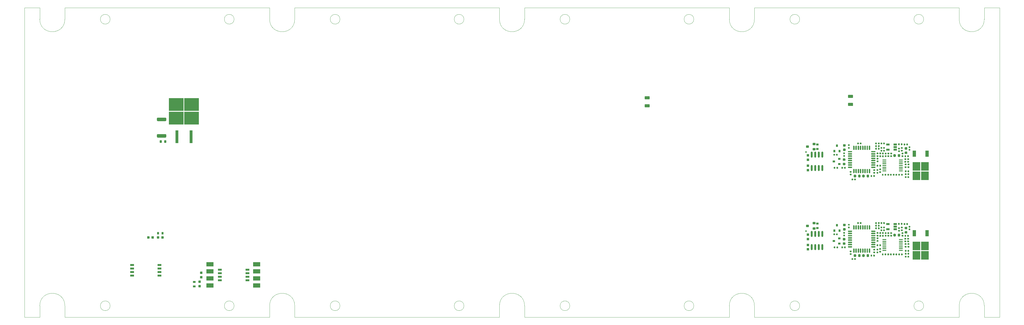
<source format=gtp>
G75*
G70*
%OFA0B0*%
%FSLAX25Y25*%
%IPPOS*%
%LPD*%
%AMOC8*
5,1,8,0,0,1.08239X$1,22.5*
%
%AMM19*
21,1,0.035430,0.030320,0.000000,-0.000000,90.000000*
21,1,0.028350,0.037400,0.000000,-0.000000,90.000000*
1,1,0.007090,0.015160,0.014170*
1,1,0.007090,0.015160,-0.014170*
1,1,0.007090,-0.015160,-0.014170*
1,1,0.007090,-0.015160,0.014170*
%
%AMM20*
21,1,0.033470,0.026770,0.000000,-0.000000,270.000000*
21,1,0.026770,0.033470,0.000000,-0.000000,270.000000*
1,1,0.006690,-0.013390,-0.013390*
1,1,0.006690,-0.013390,0.013390*
1,1,0.006690,0.013390,0.013390*
1,1,0.006690,0.013390,-0.013390*
%
%AMM21*
21,1,0.027560,0.030710,0.000000,-0.000000,90.000000*
21,1,0.022050,0.036220,0.000000,-0.000000,90.000000*
1,1,0.005510,0.015350,0.011020*
1,1,0.005510,0.015350,-0.011020*
1,1,0.005510,-0.015350,-0.011020*
1,1,0.005510,-0.015350,0.011020*
%
%ADD112M19*%
%ADD113M20*%
%ADD114M21*%
%ADD14R,0.20669X0.17913*%
%ADD20R,0.03150X0.03543*%
%ADD21R,0.04331X0.18110*%
%ADD32R,0.03543X0.03150*%
%ADD36R,0.04724X0.08661*%
%ADD37R,0.05709X0.01772*%
%ADD39R,0.10827X0.12008*%
%ADD40C,0.02362*%
%ADD50O,0.00000X0.00000*%
%ADD53R,0.04803X0.02559*%
%ADD57R,0.05315X0.02717*%
%ADD62R,0.10000X0.05984*%
%ADD87C,0.00197*%
%ADD99O,0.02362X0.08661*%
X0000000Y0000000D02*
%LPD*%
G01*
D87*
X0671260Y0016142D02*
X0671260Y0000000D01*
X0021654Y0422047D02*
X0021654Y0438189D01*
X1356299Y0000000D02*
X1377953Y0000000D01*
X0346457Y0016142D02*
X0346457Y0000000D01*
X1095472Y0016142D02*
G75*
G03*
X1095472Y0016142I-006890J0000000D01*
G01*
X0021654Y0000000D02*
X0000000Y0000000D01*
X0346457Y0422047D02*
X0346457Y0438189D01*
X0770669Y0016142D02*
G75*
G03*
X0770669Y0016142I-006890J0000000D01*
G01*
X0671260Y0438189D02*
X0381890Y0438189D01*
X1320866Y0438189D02*
X1031496Y0438189D01*
X1031496Y0016142D02*
X1031496Y0000000D01*
X0381890Y0000000D02*
X0671260Y0000000D01*
X1320866Y0016142D02*
G75*
G02*
X1356299Y0016142I0017717J0000000D01*
G01*
X0996063Y0438189D02*
X0706693Y0438189D01*
X0621063Y0422047D02*
G75*
G03*
X0621063Y0422047I-006890J0000000D01*
G01*
X1356299Y0438189D02*
X1377953Y0438189D01*
X0121063Y0016142D02*
G75*
G03*
X0121063Y0016142I-006890J0000000D01*
G01*
X0706693Y0422047D02*
X0706693Y0438189D01*
X0381890Y0422047D02*
X0381890Y0438189D01*
X1377953Y0000000D02*
X1377953Y0438189D01*
X1356299Y0422047D02*
X1356299Y0438189D01*
X0021654Y0438189D02*
X0000000Y0438189D01*
X1320866Y0016142D02*
X1320866Y0000000D01*
X0996063Y0016142D02*
G75*
G02*
X1031496Y0016142I0017717J0000000D01*
G01*
X0296260Y0422047D02*
G75*
G03*
X0296260Y0422047I-006890J0000000D01*
G01*
X0057087Y0000000D02*
X0346457Y0000000D01*
X0021654Y0016142D02*
X0021654Y0000000D01*
X0445866Y0016142D02*
G75*
G03*
X0445866Y0016142I-006890J0000000D01*
G01*
X0996063Y0422047D02*
G75*
G03*
X1031496Y0422047I0017717J0000000D01*
G01*
X0671260Y0422047D02*
G75*
G03*
X0706693Y0422047I0017717J0000000D01*
G01*
X0057087Y0016142D02*
G75*
G03*
X0021654Y0016142I-017717J0000000D01*
G01*
X0945866Y0422047D02*
G75*
G03*
X0945866Y0422047I-006890J0000000D01*
G01*
X1031496Y0000000D02*
X1320866Y0000000D01*
X1320866Y0422047D02*
X1320866Y0438189D01*
X0671260Y0422047D02*
X0671260Y0438189D01*
X0381890Y0016142D02*
X0381890Y0000000D01*
X0346457Y0438189D02*
X0057087Y0438189D01*
X1031496Y0422047D02*
X1031496Y0438189D01*
X0000000Y0438189D02*
X0000000Y0000000D01*
X1270669Y0016142D02*
G75*
G03*
X1270669Y0016142I-006890J0000000D01*
G01*
X1356299Y0016142D02*
X1356299Y0000000D01*
X0706693Y0016142D02*
X0706693Y0000000D01*
X0381890Y0422047D02*
G75*
G02*
X0346457Y0422047I-017717J0000000D01*
G01*
X0121063Y0422047D02*
G75*
G03*
X0121063Y0422047I-006890J0000000D01*
G01*
X0445866Y0422047D02*
G75*
G03*
X0445866Y0422047I-006890J0000000D01*
G01*
X0996063Y0016142D02*
X0996063Y0000000D01*
X1270669Y0422047D02*
G75*
G03*
X1270669Y0422047I-006890J0000000D01*
G01*
X1320866Y0422047D02*
G75*
G03*
X1356299Y0422047I0017717J0000000D01*
G01*
X0057087Y0422047D02*
G75*
G02*
X0021654Y0422047I-017717J0000000D01*
G01*
X0770669Y0422047D02*
G75*
G03*
X0770669Y0422047I-006890J0000000D01*
G01*
X0706693Y0016142D02*
G75*
G03*
X0671260Y0016142I-017717J0000000D01*
G01*
X0996063Y0422047D02*
X0996063Y0438189D01*
X0057087Y0422047D02*
X0057087Y0438189D01*
X0296260Y0016142D02*
G75*
G03*
X0296260Y0016142I-006890J0000000D01*
G01*
X1095472Y0422047D02*
G75*
G03*
X1095472Y0422047I-006890J0000000D01*
G01*
X0706693Y0000000D02*
X0996063Y0000000D01*
X0621063Y0016142D02*
G75*
G03*
X0621063Y0016142I-006890J0000000D01*
G01*
X0381890Y0016142D02*
G75*
G03*
X0346457Y0016142I-017717J0000000D01*
G01*
X0057087Y0016142D02*
X0057087Y0000000D01*
X0945866Y0016142D02*
G75*
G03*
X0945866Y0016142I-006890J0000000D01*
G01*
D14*
X0214370Y0301181D03*
X0214370Y0282087D03*
X0236220Y0301181D03*
X0236220Y0282087D03*
D21*
X0215295Y0255610D03*
X0235295Y0255610D03*
G36*
G01*
X0241457Y0042259D02*
X0238386Y0042259D01*
G75*
G02*
X0238110Y0042534I0000000J0000276D01*
G01*
X0238110Y0044739D01*
G75*
G02*
X0238386Y0045015I0000276J0000000D01*
G01*
X0241457Y0045015D01*
G75*
G02*
X0241732Y0044739I0000000J-000276D01*
G01*
X0241732Y0042534D01*
G75*
G02*
X0241457Y0042259I-000276J0000000D01*
G01*
G37*
G36*
G01*
X0241457Y0048558D02*
X0238386Y0048558D01*
G75*
G02*
X0238110Y0048834I0000000J0000276D01*
G01*
X0238110Y0051038D01*
G75*
G02*
X0238386Y0051314I0000276J0000000D01*
G01*
X0241457Y0051314D01*
G75*
G02*
X0241732Y0051038I0000000J-000276D01*
G01*
X0241732Y0048834D01*
G75*
G02*
X0241457Y0048558I-000276J0000000D01*
G01*
G37*
G36*
G01*
X0246220Y0051924D02*
X0248898Y0051924D01*
G75*
G02*
X0249232Y0051590I0000000J-000335D01*
G01*
X0249232Y0048912D01*
G75*
G02*
X0248898Y0048578I-000335J0000000D01*
G01*
X0246220Y0048578D01*
G75*
G02*
X0245886Y0048912I0000000J0000335D01*
G01*
X0245886Y0051590D01*
G75*
G02*
X0246220Y0051924I0000335J0000000D01*
G01*
G37*
G36*
G01*
X0246220Y0045704D02*
X0248898Y0045704D01*
G75*
G02*
X0249232Y0045369I0000000J-000335D01*
G01*
X0249232Y0042692D01*
G75*
G02*
X0248898Y0042357I-000335J0000000D01*
G01*
X0246220Y0042357D01*
G75*
G02*
X0245886Y0042692I0000000J0000335D01*
G01*
X0245886Y0045369D01*
G75*
G02*
X0246220Y0045704I0000335J0000000D01*
G01*
G37*
D50*
X1103766Y0224163D03*
G36*
G01*
X0182876Y0114370D02*
X0182876Y0111693D01*
G75*
G02*
X0182541Y0111358I-000335J0000000D01*
G01*
X0179864Y0111358D01*
G75*
G02*
X0179530Y0111693I0000000J0000335D01*
G01*
X0179530Y0114370D01*
G75*
G02*
X0179864Y0114705I0000335J0000000D01*
G01*
X0182541Y0114705D01*
G75*
G02*
X0182876Y0114370I0000000J-000335D01*
G01*
G37*
G36*
G01*
X0176656Y0114370D02*
X0176656Y0111693D01*
G75*
G02*
X0176321Y0111358I-000335J0000000D01*
G01*
X0173644Y0111358D01*
G75*
G02*
X0173309Y0111693I0000000J0000335D01*
G01*
X0173309Y0114370D01*
G75*
G02*
X0173644Y0114705I0000335J0000000D01*
G01*
X0176321Y0114705D01*
G75*
G02*
X0176656Y0114370I0000000J-000335D01*
G01*
G37*
G36*
G01*
X0200295Y0250354D02*
X0200295Y0247283D01*
G75*
G02*
X0200020Y0247008I-000276J0000000D01*
G01*
X0197815Y0247008D01*
G75*
G02*
X0197539Y0247283I0000000J0000276D01*
G01*
X0197539Y0250354D01*
G75*
G02*
X0197815Y0250630I0000276J0000000D01*
G01*
X0200020Y0250630D01*
G75*
G02*
X0200295Y0250354I0000000J-000276D01*
G01*
G37*
G36*
G01*
X0193996Y0250354D02*
X0193996Y0247283D01*
G75*
G02*
X0193720Y0247008I-000276J0000000D01*
G01*
X0191516Y0247008D01*
G75*
G02*
X0191240Y0247283I0000000J0000276D01*
G01*
X0191240Y0250354D01*
G75*
G02*
X0191516Y0250630I0000276J0000000D01*
G01*
X0193720Y0250630D01*
G75*
G02*
X0193996Y0250354I0000000J-000276D01*
G01*
G37*
G36*
G01*
X0187089Y0111693D02*
X0187089Y0114370D01*
G75*
G02*
X0187423Y0114705I0000335J0000000D01*
G01*
X0190100Y0114705D01*
G75*
G02*
X0190435Y0114370I0000000J-000335D01*
G01*
X0190435Y0111693D01*
G75*
G02*
X0190100Y0111358I-000335J0000000D01*
G01*
X0187423Y0111358D01*
G75*
G02*
X0187089Y0111693I0000000J0000335D01*
G01*
G37*
G36*
G01*
X0193309Y0111693D02*
X0193309Y0114370D01*
G75*
G02*
X0193644Y0114705I0000335J0000000D01*
G01*
X0196321Y0114705D01*
G75*
G02*
X0196656Y0114370I0000000J-000335D01*
G01*
X0196656Y0111693D01*
G75*
G02*
X0196321Y0111358I-000335J0000000D01*
G01*
X0193644Y0111358D01*
G75*
G02*
X0193309Y0111693I0000000J0000335D01*
G01*
G37*
D62*
X0262276Y0074838D03*
D57*
X0276276Y0067357D03*
D62*
X0262276Y0064838D03*
D57*
X0276276Y0062357D03*
X0276276Y0057357D03*
D62*
X0262276Y0054838D03*
X0262276Y0044838D03*
D57*
X0276276Y0052357D03*
X0315026Y0052357D03*
D62*
X0328276Y0044838D03*
X0328276Y0054838D03*
D57*
X0315026Y0057357D03*
X0315026Y0062357D03*
D62*
X0328276Y0064838D03*
D57*
X0315026Y0067357D03*
D62*
X0328276Y0074838D03*
G36*
G01*
X0199409Y0254429D02*
X0188189Y0254429D01*
G75*
G02*
X0187205Y0255413I0000000J0000984D01*
G01*
X0187205Y0258268D01*
G75*
G02*
X0188189Y0259252I0000984J0000000D01*
G01*
X0199409Y0259252D01*
G75*
G02*
X0200394Y0258268I0000000J-000984D01*
G01*
X0200394Y0255413D01*
G75*
G02*
X0199409Y0254429I-000984J0000000D01*
G01*
G37*
G36*
G01*
X0199409Y0277756D02*
X0188189Y0277756D01*
G75*
G02*
X0187205Y0278740I0000000J0000984D01*
G01*
X0187205Y0281594D01*
G75*
G02*
X0188189Y0282579I0000984J0000000D01*
G01*
X0199409Y0282579D01*
G75*
G02*
X0200394Y0281594I0000000J-000984D01*
G01*
X0200394Y0278740D01*
G75*
G02*
X0199409Y0277756I-000984J0000000D01*
G01*
G37*
D50*
X1103766Y0111959D03*
G36*
G01*
X0876378Y0309469D02*
X0876378Y0312185D01*
G75*
G02*
X0877283Y0313091I0000906J0000000D01*
G01*
X0882559Y0313091D01*
G75*
G02*
X0883465Y0312185I0000000J-000906D01*
G01*
X0883465Y0309469D01*
G75*
G02*
X0882559Y0308563I-000906J0000000D01*
G01*
X0877283Y0308563D01*
G75*
G02*
X0876378Y0309469I0000000J0000906D01*
G01*
G37*
G36*
G01*
X0876378Y0298051D02*
X0876378Y0300768D01*
G75*
G02*
X0877283Y0301673I0000906J0000000D01*
G01*
X0882559Y0301673D01*
G75*
G02*
X0883465Y0300768I0000000J-000906D01*
G01*
X0883465Y0298051D01*
G75*
G02*
X0882559Y0297146I-000906J0000000D01*
G01*
X0877283Y0297146D01*
G75*
G02*
X0876378Y0298051I0000000J0000906D01*
G01*
G37*
G36*
G01*
X1163780Y0311437D02*
X1163780Y0314154D01*
G75*
G02*
X1164685Y0315059I0000906J0000000D01*
G01*
X1169961Y0315059D01*
G75*
G02*
X1170866Y0314154I0000000J-000906D01*
G01*
X1170866Y0311437D01*
G75*
G02*
X1169961Y0310532I-000906J0000000D01*
G01*
X1164685Y0310532D01*
G75*
G02*
X1163780Y0311437I0000000J0000906D01*
G01*
G37*
G36*
G01*
X1163780Y0300020D02*
X1163780Y0302736D01*
G75*
G02*
X1164685Y0303642I0000906J0000000D01*
G01*
X1169961Y0303642D01*
G75*
G02*
X1170866Y0302736I0000000J-000906D01*
G01*
X1170866Y0300020D01*
G75*
G02*
X1169961Y0299114I-000906J0000000D01*
G01*
X1164685Y0299114D01*
G75*
G02*
X1163780Y0300020I0000000J0000906D01*
G01*
G37*
G36*
G01*
X0196400Y0120472D02*
X0196400Y0117402D01*
G75*
G02*
X0196124Y0117126I-000276J0000000D01*
G01*
X0193919Y0117126D01*
G75*
G02*
X0193644Y0117402I0000000J0000276D01*
G01*
X0193644Y0120472D01*
G75*
G02*
X0193919Y0120748I0000276J0000000D01*
G01*
X0196124Y0120748D01*
G75*
G02*
X0196400Y0120472I0000000J-000276D01*
G01*
G37*
G36*
G01*
X0190100Y0120472D02*
X0190100Y0117402D01*
G75*
G02*
X0189825Y0117126I-000276J0000000D01*
G01*
X0187620Y0117126D01*
G75*
G02*
X0187344Y0117402I0000000J0000276D01*
G01*
X0187344Y0120472D01*
G75*
G02*
X0187620Y0120748I0000276J0000000D01*
G01*
X0189825Y0120748D01*
G75*
G02*
X0190100Y0120472I0000000J-000276D01*
G01*
G37*
G36*
G01*
X0251260Y0054956D02*
X0248583Y0054956D01*
G75*
G02*
X0248248Y0055290I0000000J0000335D01*
G01*
X0248248Y0057968D01*
G75*
G02*
X0248583Y0058302I0000335J0000000D01*
G01*
X0251260Y0058302D01*
G75*
G02*
X0251594Y0057968I0000000J-000335D01*
G01*
X0251594Y0055290D01*
G75*
G02*
X0251260Y0054956I-000335J0000000D01*
G01*
G37*
G36*
G01*
X0251260Y0061176D02*
X0248583Y0061176D01*
G75*
G02*
X0248248Y0061511I0000000J0000335D01*
G01*
X0248248Y0064188D01*
G75*
G02*
X0248583Y0064523I0000335J0000000D01*
G01*
X0251260Y0064523D01*
G75*
G02*
X0251594Y0064188I0000000J-000335D01*
G01*
X0251594Y0061511D01*
G75*
G02*
X0251260Y0061176I-000335J0000000D01*
G01*
G37*
D57*
X0151969Y0063978D03*
X0151969Y0068978D03*
X0151969Y0058978D03*
X0190719Y0058978D03*
X0151969Y0073978D03*
X0190719Y0073978D03*
X0190719Y0068978D03*
X0190719Y0063978D03*
X1137598Y0078051D02*
%LPD*%
G01*
G36*
G01*
X1206191Y0114350D02*
X1204832Y0114350D01*
G75*
G02*
X1204252Y0114931I0000000J0000581D01*
G01*
X1204252Y0116092D01*
G75*
G02*
X1204832Y0116673I0000581J0000000D01*
G01*
X1206191Y0116673D01*
G75*
G02*
X1206771Y0116092I0000000J-000581D01*
G01*
X1206771Y0114931D01*
G75*
G02*
X1206191Y0114350I-000581J0000000D01*
G01*
G37*
G36*
G01*
X1206191Y0118169D02*
X1204832Y0118169D01*
G75*
G02*
X1204252Y0118750I0000000J0000581D01*
G01*
X1204252Y0119911D01*
G75*
G02*
X1204832Y0120492I0000581J0000000D01*
G01*
X1206191Y0120492D01*
G75*
G02*
X1206771Y0119911I0000000J-000581D01*
G01*
X1206771Y0118750D01*
G75*
G02*
X1206191Y0118169I-000581J0000000D01*
G01*
G37*
G36*
G01*
X1241013Y0089693D02*
X1241013Y0088334D01*
G75*
G02*
X1240433Y0087754I-000581J0000000D01*
G01*
X1239271Y0087754D01*
G75*
G02*
X1238691Y0088334I0000000J0000581D01*
G01*
X1238691Y0089693D01*
G75*
G02*
X1239271Y0090273I0000581J0000000D01*
G01*
X1240433Y0090273D01*
G75*
G02*
X1241013Y0089693I0000000J-000581D01*
G01*
G37*
G36*
G01*
X1237194Y0089693D02*
X1237194Y0088334D01*
G75*
G02*
X1236614Y0087754I-000581J0000000D01*
G01*
X1235452Y0087754D01*
G75*
G02*
X1234872Y0088334I0000000J0000581D01*
G01*
X1234872Y0089693D01*
G75*
G02*
X1235452Y0090273I0000581J0000000D01*
G01*
X1236614Y0090273D01*
G75*
G02*
X1237194Y0089693I0000000J-000581D01*
G01*
G37*
G36*
G01*
X1243622Y0114584D02*
X1243622Y0115943D01*
G75*
G02*
X1244202Y0116523I0000581J0000000D01*
G01*
X1245364Y0116523D01*
G75*
G02*
X1245944Y0115943I0000000J-000581D01*
G01*
X1245944Y0114584D01*
G75*
G02*
X1245364Y0114004I-000581J0000000D01*
G01*
X1244202Y0114004D01*
G75*
G02*
X1243622Y0114584I0000000J0000581D01*
G01*
G37*
G36*
G01*
X1247441Y0114584D02*
X1247441Y0115943D01*
G75*
G02*
X1248021Y0116523I0000581J0000000D01*
G01*
X1249183Y0116523D01*
G75*
G02*
X1249763Y0115943I0000000J-000581D01*
G01*
X1249763Y0114584D01*
G75*
G02*
X1249183Y0114004I-000581J0000000D01*
G01*
X1248021Y0114004D01*
G75*
G02*
X1247441Y0114584I0000000J0000581D01*
G01*
G37*
G36*
G01*
X1143598Y0098203D02*
X1143598Y0099561D01*
G75*
G02*
X1144179Y0100142I0000581J0000000D01*
G01*
X1145340Y0100142D01*
G75*
G02*
X1145921Y0099561I0000000J-000581D01*
G01*
X1145921Y0098203D01*
G75*
G02*
X1145340Y0097622I-000581J0000000D01*
G01*
X1144179Y0097622D01*
G75*
G02*
X1143598Y0098203I0000000J0000581D01*
G01*
G37*
G36*
G01*
X1147417Y0098203D02*
X1147417Y0099561D01*
G75*
G02*
X1147998Y0100142I0000581J0000000D01*
G01*
X1149159Y0100142D01*
G75*
G02*
X1149740Y0099561I0000000J-000581D01*
G01*
X1149740Y0098203D01*
G75*
G02*
X1149159Y0097622I-000581J0000000D01*
G01*
X1147998Y0097622D01*
G75*
G02*
X1147417Y0098203I0000000J0000581D01*
G01*
G37*
G36*
G01*
X1157160Y0112205D02*
X1159178Y0112205D01*
G75*
G02*
X1160039Y0111343I0000000J-000861D01*
G01*
X1160039Y0109621D01*
G75*
G02*
X1159178Y0108760I-000861J0000000D01*
G01*
X1157160Y0108760D01*
G75*
G02*
X1156299Y0109621I0000000J0000861D01*
G01*
X1156299Y0111343D01*
G75*
G02*
X1157160Y0112205I0000861J0000000D01*
G01*
G37*
G36*
G01*
X1157160Y0106004D02*
X1159178Y0106004D01*
G75*
G02*
X1160039Y0105143I0000000J-000861D01*
G01*
X1160039Y0103420D01*
G75*
G02*
X1159178Y0102559I-000861J0000000D01*
G01*
X1157160Y0102559D01*
G75*
G02*
X1156299Y0103420I0000000J0000861D01*
G01*
X1156299Y0105143D01*
G75*
G02*
X1157160Y0106004I0000861J0000000D01*
G01*
G37*
G36*
G01*
X1227870Y0115255D02*
X1227870Y0117272D01*
G75*
G02*
X1228731Y0118134I0000861J0000000D01*
G01*
X1230453Y0118134D01*
G75*
G02*
X1231315Y0117272I0000000J-000861D01*
G01*
X1231315Y0115255D01*
G75*
G02*
X1230453Y0114394I-000861J0000000D01*
G01*
X1228731Y0114394D01*
G75*
G02*
X1227870Y0115255I0000000J0000861D01*
G01*
G37*
G36*
G01*
X1234070Y0115255D02*
X1234070Y0117272D01*
G75*
G02*
X1234932Y0118134I0000861J0000000D01*
G01*
X1236654Y0118134D01*
G75*
G02*
X1237515Y0117272I0000000J-000861D01*
G01*
X1237515Y0115255D01*
G75*
G02*
X1236654Y0114394I-000861J0000000D01*
G01*
X1234932Y0114394D01*
G75*
G02*
X1234070Y0115255I0000000J0000861D01*
G01*
G37*
G36*
G01*
X1233263Y0089693D02*
X1233263Y0088334D01*
G75*
G02*
X1232683Y0087754I-000581J0000000D01*
G01*
X1231521Y0087754D01*
G75*
G02*
X1230941Y0088334I0000000J0000581D01*
G01*
X1230941Y0089693D01*
G75*
G02*
X1231521Y0090273I0000581J0000000D01*
G01*
X1232683Y0090273D01*
G75*
G02*
X1233263Y0089693I0000000J-000581D01*
G01*
G37*
G36*
G01*
X1229444Y0089693D02*
X1229444Y0088334D01*
G75*
G02*
X1228864Y0087754I-000581J0000000D01*
G01*
X1227702Y0087754D01*
G75*
G02*
X1227122Y0088334I0000000J0000581D01*
G01*
X1227122Y0089693D01*
G75*
G02*
X1227702Y0090273I0000581J0000000D01*
G01*
X1228864Y0090273D01*
G75*
G02*
X1229444Y0089693I0000000J-000581D01*
G01*
G37*
G36*
G01*
X1245372Y0106193D02*
X1244013Y0106193D01*
G75*
G02*
X1243433Y0106773I0000000J0000581D01*
G01*
X1243433Y0107935D01*
G75*
G02*
X1244013Y0108516I0000581J0000000D01*
G01*
X1245372Y0108516D01*
G75*
G02*
X1245952Y0107935I0000000J-000581D01*
G01*
X1245952Y0106773D01*
G75*
G02*
X1245372Y0106193I-000581J0000000D01*
G01*
G37*
G36*
G01*
X1245372Y0110012D02*
X1244013Y0110012D01*
G75*
G02*
X1243433Y0110592I0000000J0000581D01*
G01*
X1243433Y0111754D01*
G75*
G02*
X1244013Y0112334I0000581J0000000D01*
G01*
X1245372Y0112334D01*
G75*
G02*
X1245952Y0111754I0000000J-000581D01*
G01*
X1245952Y0110592D01*
G75*
G02*
X1245372Y0110012I-000581J0000000D01*
G01*
G37*
G36*
G01*
X1239084Y0128169D02*
X1240442Y0128169D01*
G75*
G02*
X1241023Y0127588I0000000J-000581D01*
G01*
X1241023Y0126427D01*
G75*
G02*
X1240442Y0125846I-000581J0000000D01*
G01*
X1239084Y0125846D01*
G75*
G02*
X1238504Y0126427I0000000J0000581D01*
G01*
X1238504Y0127588D01*
G75*
G02*
X1239084Y0128169I0000581J0000000D01*
G01*
G37*
G36*
G01*
X1239084Y0124350D02*
X1240442Y0124350D01*
G75*
G02*
X1241023Y0123770I0000000J-000581D01*
G01*
X1241023Y0122608D01*
G75*
G02*
X1240442Y0122027I-000581J0000000D01*
G01*
X1239084Y0122027D01*
G75*
G02*
X1238504Y0122608I0000000J0000581D01*
G01*
X1238504Y0123770D01*
G75*
G02*
X1239084Y0124350I0000581J0000000D01*
G01*
G37*
G36*
G01*
X1234527Y0131506D02*
X1234527Y0132864D01*
G75*
G02*
X1235108Y0133445I0000581J0000000D01*
G01*
X1236269Y0133445D01*
G75*
G02*
X1236850Y0132864I0000000J-000581D01*
G01*
X1236850Y0131506D01*
G75*
G02*
X1236269Y0130925I-000581J0000000D01*
G01*
X1235108Y0130925D01*
G75*
G02*
X1234527Y0131506I0000000J0000581D01*
G01*
G37*
G36*
G01*
X1238346Y0131506D02*
X1238346Y0132864D01*
G75*
G02*
X1238927Y0133445I0000581J0000000D01*
G01*
X1240088Y0133445D01*
G75*
G02*
X1240669Y0132864I0000000J-000581D01*
G01*
X1240669Y0131506D01*
G75*
G02*
X1240088Y0130925I-000581J0000000D01*
G01*
X1238927Y0130925D01*
G75*
G02*
X1238346Y0131506I0000000J0000581D01*
G01*
G37*
G36*
G01*
X1209724Y0132687D02*
X1209724Y0134045D01*
G75*
G02*
X1210305Y0134626I0000581J0000000D01*
G01*
X1211466Y0134626D01*
G75*
G02*
X1212047Y0134045I0000000J-000581D01*
G01*
X1212047Y0132687D01*
G75*
G02*
X1211466Y0132106I-000581J0000000D01*
G01*
X1210305Y0132106D01*
G75*
G02*
X1209724Y0132687I0000000J0000581D01*
G01*
G37*
G36*
G01*
X1213543Y0132687D02*
X1213543Y0134045D01*
G75*
G02*
X1214124Y0134626I0000581J0000000D01*
G01*
X1215285Y0134626D01*
G75*
G02*
X1215866Y0134045I0000000J-000581D01*
G01*
X1215866Y0132687D01*
G75*
G02*
X1215285Y0132106I-000581J0000000D01*
G01*
X1214124Y0132106D01*
G75*
G02*
X1213543Y0132687I0000000J0000581D01*
G01*
G37*
G36*
G01*
X1225513Y0089693D02*
X1225513Y0088334D01*
G75*
G02*
X1224933Y0087754I-000581J0000000D01*
G01*
X1223771Y0087754D01*
G75*
G02*
X1223191Y0088334I0000000J0000581D01*
G01*
X1223191Y0089693D01*
G75*
G02*
X1223771Y0090273I0000581J0000000D01*
G01*
X1224933Y0090273D01*
G75*
G02*
X1225513Y0089693I0000000J-000581D01*
G01*
G37*
G36*
G01*
X1221694Y0089693D02*
X1221694Y0088334D01*
G75*
G02*
X1221114Y0087754I-000581J0000000D01*
G01*
X1219952Y0087754D01*
G75*
G02*
X1219372Y0088334I0000000J0000581D01*
G01*
X1219372Y0089693D01*
G75*
G02*
X1219952Y0090273I0000581J0000000D01*
G01*
X1221114Y0090273D01*
G75*
G02*
X1221694Y0089693I0000000J-000581D01*
G01*
G37*
G36*
G01*
X1217763Y0089693D02*
X1217763Y0088334D01*
G75*
G02*
X1217183Y0087754I-000581J0000000D01*
G01*
X1216021Y0087754D01*
G75*
G02*
X1215441Y0088334I0000000J0000581D01*
G01*
X1215441Y0089693D01*
G75*
G02*
X1216021Y0090273I0000581J0000000D01*
G01*
X1217183Y0090273D01*
G75*
G02*
X1217763Y0089693I0000000J-000581D01*
G01*
G37*
G36*
G01*
X1213944Y0089693D02*
X1213944Y0088334D01*
G75*
G02*
X1213364Y0087754I-000581J0000000D01*
G01*
X1212202Y0087754D01*
G75*
G02*
X1211622Y0088334I0000000J0000581D01*
G01*
X1211622Y0089693D01*
G75*
G02*
X1212202Y0090273I0000581J0000000D01*
G01*
X1213364Y0090273D01*
G75*
G02*
X1213944Y0089693I0000000J-000581D01*
G01*
G37*
G36*
G01*
X1241372Y0114193D02*
X1240013Y0114193D01*
G75*
G02*
X1239433Y0114773I0000000J0000581D01*
G01*
X1239433Y0115935D01*
G75*
G02*
X1240013Y0116516I0000581J0000000D01*
G01*
X1241372Y0116516D01*
G75*
G02*
X1241952Y0115935I0000000J-000581D01*
G01*
X1241952Y0114773D01*
G75*
G02*
X1241372Y0114193I-000581J0000000D01*
G01*
G37*
G36*
G01*
X1241372Y0118012D02*
X1240013Y0118012D01*
G75*
G02*
X1239433Y0118592I0000000J0000581D01*
G01*
X1239433Y0119754D01*
G75*
G02*
X1240013Y0120334I0000581J0000000D01*
G01*
X1241372Y0120334D01*
G75*
G02*
X1241952Y0119754I0000000J-000581D01*
G01*
X1241952Y0118592D01*
G75*
G02*
X1241372Y0118012I-000581J0000000D01*
G01*
G37*
D32*
X1151606Y0104242D03*
X1151606Y0111722D03*
X1143732Y0107982D03*
D37*
X1215078Y0109941D03*
X1215078Y0107382D03*
X1215078Y0104823D03*
X1215078Y0102264D03*
X1215078Y0099705D03*
X1215078Y0097145D03*
X1215078Y0094586D03*
X1238307Y0094586D03*
X1238307Y0097145D03*
X1238307Y0099705D03*
X1238307Y0102264D03*
X1238307Y0104823D03*
X1238307Y0107382D03*
X1238307Y0109941D03*
G36*
G01*
X1249372Y0106193D02*
X1248013Y0106193D01*
G75*
G02*
X1247433Y0106773I0000000J0000581D01*
G01*
X1247433Y0107935D01*
G75*
G02*
X1248013Y0108516I0000581J0000000D01*
G01*
X1249372Y0108516D01*
G75*
G02*
X1249952Y0107935I0000000J-000581D01*
G01*
X1249952Y0106773D01*
G75*
G02*
X1249372Y0106193I-000581J0000000D01*
G01*
G37*
G36*
G01*
X1249372Y0110012D02*
X1248013Y0110012D01*
G75*
G02*
X1247433Y0110592I0000000J0000581D01*
G01*
X1247433Y0111754D01*
G75*
G02*
X1248013Y0112334I0000581J0000000D01*
G01*
X1249372Y0112334D01*
G75*
G02*
X1249952Y0111754I0000000J-000581D01*
G01*
X1249952Y0110592D01*
G75*
G02*
X1249372Y0110012I-000581J0000000D01*
G01*
G37*
G36*
G01*
X1202244Y0128947D02*
X1202244Y0130305D01*
G75*
G02*
X1202824Y0130886I0000581J0000000D01*
G01*
X1203986Y0130886D01*
G75*
G02*
X1204567Y0130305I0000000J-000581D01*
G01*
X1204567Y0128947D01*
G75*
G02*
X1203986Y0128366I-000581J0000000D01*
G01*
X1202824Y0128366D01*
G75*
G02*
X1202244Y0128947I0000000J0000581D01*
G01*
G37*
G36*
G01*
X1206063Y0128947D02*
X1206063Y0130305D01*
G75*
G02*
X1206643Y0130886I0000581J0000000D01*
G01*
X1207805Y0130886D01*
G75*
G02*
X1208385Y0130305I0000000J-000581D01*
G01*
X1208385Y0128947D01*
G75*
G02*
X1207805Y0128366I-000581J0000000D01*
G01*
X1206643Y0128366D01*
G75*
G02*
X1206063Y0128947I0000000J0000581D01*
G01*
G37*
G36*
G01*
X1208385Y0134045D02*
X1208385Y0132687D01*
G75*
G02*
X1207805Y0132106I-000581J0000000D01*
G01*
X1206643Y0132106D01*
G75*
G02*
X1206063Y0132687I0000000J0000581D01*
G01*
X1206063Y0134045D01*
G75*
G02*
X1206643Y0134626I0000581J0000000D01*
G01*
X1207805Y0134626D01*
G75*
G02*
X1208385Y0134045I0000000J-000581D01*
G01*
G37*
G36*
G01*
X1204567Y0134045D02*
X1204567Y0132687D01*
G75*
G02*
X1203986Y0132106I-000581J0000000D01*
G01*
X1202824Y0132106D01*
G75*
G02*
X1202244Y0132687I0000000J0000581D01*
G01*
X1202244Y0134045D01*
G75*
G02*
X1202824Y0134626I0000581J0000000D01*
G01*
X1203986Y0134626D01*
G75*
G02*
X1204567Y0134045I0000000J-000581D01*
G01*
G37*
G36*
G01*
X1204832Y0113012D02*
X1206191Y0113012D01*
G75*
G02*
X1206771Y0112431I0000000J-000581D01*
G01*
X1206771Y0111270D01*
G75*
G02*
X1206191Y0110689I-000581J0000000D01*
G01*
X1204832Y0110689D01*
G75*
G02*
X1204252Y0111270I0000000J0000581D01*
G01*
X1204252Y0112431D01*
G75*
G02*
X1204832Y0113012I0000581J0000000D01*
G01*
G37*
G36*
G01*
X1204832Y0109193D02*
X1206191Y0109193D01*
G75*
G02*
X1206771Y0108612I0000000J-000581D01*
G01*
X1206771Y0107451D01*
G75*
G02*
X1206191Y0106870I-000581J0000000D01*
G01*
X1204832Y0106870D01*
G75*
G02*
X1204252Y0107451I0000000J0000581D01*
G01*
X1204252Y0108612D01*
G75*
G02*
X1204832Y0109193I0000581J0000000D01*
G01*
G37*
G36*
G01*
X1251269Y0123208D02*
X1249911Y0123208D01*
G75*
G02*
X1249330Y0123789I0000000J0000581D01*
G01*
X1249330Y0124951D01*
G75*
G02*
X1249911Y0125531I0000581J0000000D01*
G01*
X1251269Y0125531D01*
G75*
G02*
X1251850Y0124951I0000000J-000581D01*
G01*
X1251850Y0123789D01*
G75*
G02*
X1251269Y0123208I-000581J0000000D01*
G01*
G37*
G36*
G01*
X1251269Y0127027D02*
X1249911Y0127027D01*
G75*
G02*
X1249330Y0127608I0000000J0000581D01*
G01*
X1249330Y0128770D01*
G75*
G02*
X1249911Y0129350I0000581J0000000D01*
G01*
X1251269Y0129350D01*
G75*
G02*
X1251850Y0128770I0000000J-000581D01*
G01*
X1251850Y0127608D01*
G75*
G02*
X1251269Y0127027I-000581J0000000D01*
G01*
G37*
G36*
G01*
X1176712Y0132687D02*
X1176712Y0134045D01*
G75*
G02*
X1177293Y0134626I0000581J0000000D01*
G01*
X1178454Y0134626D01*
G75*
G02*
X1179035Y0134045I0000000J-000581D01*
G01*
X1179035Y0132687D01*
G75*
G02*
X1178454Y0132106I-000581J0000000D01*
G01*
X1177293Y0132106D01*
G75*
G02*
X1176712Y0132687I0000000J0000581D01*
G01*
G37*
G36*
G01*
X1180531Y0132687D02*
X1180531Y0134045D01*
G75*
G02*
X1181112Y0134626I0000581J0000000D01*
G01*
X1182273Y0134626D01*
G75*
G02*
X1182854Y0134045I0000000J-000581D01*
G01*
X1182854Y0132687D01*
G75*
G02*
X1182273Y0132106I-000581J0000000D01*
G01*
X1181112Y0132106D01*
G75*
G02*
X1180531Y0132687I0000000J0000581D01*
G01*
G37*
G36*
G01*
X1200108Y0096870D02*
X1201466Y0096870D01*
G75*
G02*
X1202047Y0096289I0000000J-000581D01*
G01*
X1202047Y0095128D01*
G75*
G02*
X1201466Y0094547I-000581J0000000D01*
G01*
X1200108Y0094547D01*
G75*
G02*
X1199527Y0095128I0000000J0000581D01*
G01*
X1199527Y0096289D01*
G75*
G02*
X1200108Y0096870I0000581J0000000D01*
G01*
G37*
G36*
G01*
X1200108Y0093051D02*
X1201466Y0093051D01*
G75*
G02*
X1202047Y0092470I0000000J-000581D01*
G01*
X1202047Y0091309D01*
G75*
G02*
X1201466Y0090728I-000581J0000000D01*
G01*
X1200108Y0090728D01*
G75*
G02*
X1199527Y0091309I0000000J0000581D01*
G01*
X1199527Y0092470D01*
G75*
G02*
X1200108Y0093051I0000581J0000000D01*
G01*
G37*
G36*
G01*
X1165639Y0125964D02*
X1164281Y0125964D01*
G75*
G02*
X1163700Y0126545I0000000J0000581D01*
G01*
X1163700Y0127707D01*
G75*
G02*
X1164281Y0128287I0000581J0000000D01*
G01*
X1165639Y0128287D01*
G75*
G02*
X1166220Y0127707I0000000J-000581D01*
G01*
X1166220Y0126545D01*
G75*
G02*
X1165639Y0125964I-000581J0000000D01*
G01*
G37*
G36*
G01*
X1165639Y0129783D02*
X1164281Y0129783D01*
G75*
G02*
X1163700Y0130364I0000000J0000581D01*
G01*
X1163700Y0131525D01*
G75*
G02*
X1164281Y0132106I0000581J0000000D01*
G01*
X1165639Y0132106D01*
G75*
G02*
X1166220Y0131525I0000000J-000581D01*
G01*
X1166220Y0130364D01*
G75*
G02*
X1165639Y0129783I-000581J0000000D01*
G01*
G37*
D36*
X1257362Y0118996D03*
X1275315Y0118996D03*
D39*
X1260334Y0087598D03*
X1272342Y0087598D03*
X1260334Y0100787D03*
X1272342Y0100787D03*
G36*
G01*
X1244114Y0085049D02*
X1244114Y0086407D01*
G75*
G02*
X1244694Y0086988I0000581J0000000D01*
G01*
X1245856Y0086988D01*
G75*
G02*
X1246437Y0086407I0000000J-000581D01*
G01*
X1246437Y0085049D01*
G75*
G02*
X1245856Y0084468I-000581J0000000D01*
G01*
X1244694Y0084468D01*
G75*
G02*
X1244114Y0085049I0000000J0000581D01*
G01*
G37*
G36*
G01*
X1247933Y0085049D02*
X1247933Y0086407D01*
G75*
G02*
X1248513Y0086988I0000581J0000000D01*
G01*
X1249675Y0086988D01*
G75*
G02*
X1250255Y0086407I0000000J-000581D01*
G01*
X1250255Y0085049D01*
G75*
G02*
X1249675Y0084468I-000581J0000000D01*
G01*
X1248513Y0084468D01*
G75*
G02*
X1247933Y0085049I0000000J0000581D01*
G01*
G37*
G36*
G01*
X1205994Y0090728D02*
X1204635Y0090728D01*
G75*
G02*
X1204055Y0091309I0000000J0000581D01*
G01*
X1204055Y0092470D01*
G75*
G02*
X1204635Y0093051I0000581J0000000D01*
G01*
X1205994Y0093051D01*
G75*
G02*
X1206574Y0092470I0000000J-000581D01*
G01*
X1206574Y0091309D01*
G75*
G02*
X1205994Y0090728I-000581J0000000D01*
G01*
G37*
G36*
G01*
X1205994Y0094547D02*
X1204635Y0094547D01*
G75*
G02*
X1204055Y0095128I0000000J0000581D01*
G01*
X1204055Y0096289D01*
G75*
G02*
X1204635Y0096870I0000581J0000000D01*
G01*
X1205994Y0096870D01*
G75*
G02*
X1206574Y0096289I0000000J-000581D01*
G01*
X1206574Y0095128D01*
G75*
G02*
X1205994Y0094547I-000581J0000000D01*
G01*
G37*
G36*
G01*
X1242342Y0131309D02*
X1242342Y0132667D01*
G75*
G02*
X1242923Y0133248I0000581J0000000D01*
G01*
X1244084Y0133248D01*
G75*
G02*
X1244665Y0132667I0000000J-000581D01*
G01*
X1244665Y0131309D01*
G75*
G02*
X1244084Y0130728I-000581J0000000D01*
G01*
X1242923Y0130728D01*
G75*
G02*
X1242342Y0131309I0000000J0000581D01*
G01*
G37*
G36*
G01*
X1246161Y0131309D02*
X1246161Y0132667D01*
G75*
G02*
X1246742Y0133248I0000581J0000000D01*
G01*
X1247903Y0133248D01*
G75*
G02*
X1248484Y0132667I0000000J-000581D01*
G01*
X1248484Y0131309D01*
G75*
G02*
X1247903Y0130728I-000581J0000000D01*
G01*
X1246742Y0130728D01*
G75*
G02*
X1246161Y0131309I0000000J0000581D01*
G01*
G37*
G36*
G01*
X1208513Y0097834D02*
X1209872Y0097834D01*
G75*
G02*
X1210452Y0097254I0000000J-000581D01*
G01*
X1210452Y0096092D01*
G75*
G02*
X1209872Y0095512I-000581J0000000D01*
G01*
X1208513Y0095512D01*
G75*
G02*
X1207933Y0096092I0000000J0000581D01*
G01*
X1207933Y0097254D01*
G75*
G02*
X1208513Y0097834I0000581J0000000D01*
G01*
G37*
G36*
G01*
X1208513Y0094016D02*
X1209872Y0094016D01*
G75*
G02*
X1210452Y0093435I0000000J-000581D01*
G01*
X1210452Y0092273D01*
G75*
G02*
X1209872Y0091693I-000581J0000000D01*
G01*
X1208513Y0091693D01*
G75*
G02*
X1207933Y0092273I0000000J0000581D01*
G01*
X1207933Y0093435D01*
G75*
G02*
X1208513Y0094016I0000581J0000000D01*
G01*
G37*
G36*
G01*
X1154409Y0098238D02*
X1154409Y0099596D01*
G75*
G02*
X1154990Y0100177I0000581J0000000D01*
G01*
X1156151Y0100177D01*
G75*
G02*
X1156732Y0099596I0000000J-000581D01*
G01*
X1156732Y0098238D01*
G75*
G02*
X1156151Y0097657I-000581J0000000D01*
G01*
X1154990Y0097657D01*
G75*
G02*
X1154409Y0098238I0000000J0000581D01*
G01*
G37*
G36*
G01*
X1158228Y0098238D02*
X1158228Y0099596D01*
G75*
G02*
X1158809Y0100177I0000581J0000000D01*
G01*
X1159970Y0100177D01*
G75*
G02*
X1160551Y0099596I0000000J-000581D01*
G01*
X1160551Y0098238D01*
G75*
G02*
X1159970Y0097657I-000581J0000000D01*
G01*
X1158809Y0097657D01*
G75*
G02*
X1158228Y0098238I0000000J0000581D01*
G01*
G37*
G36*
G01*
X1193515Y0088272D02*
X1193515Y0086255D01*
G75*
G02*
X1192654Y0085394I-000861J0000000D01*
G01*
X1190932Y0085394D01*
G75*
G02*
X1190070Y0086255I0000000J0000861D01*
G01*
X1190070Y0088272D01*
G75*
G02*
X1190932Y0089134I0000861J0000000D01*
G01*
X1192654Y0089134D01*
G75*
G02*
X1193515Y0088272I0000000J-000861D01*
G01*
G37*
G36*
G01*
X1187315Y0088272D02*
X1187315Y0086255D01*
G75*
G02*
X1186453Y0085394I-000861J0000000D01*
G01*
X1184731Y0085394D01*
G75*
G02*
X1183870Y0086255I0000000J0000861D01*
G01*
X1183870Y0088272D01*
G75*
G02*
X1184731Y0089134I0000861J0000000D01*
G01*
X1186453Y0089134D01*
G75*
G02*
X1187315Y0088272I0000000J-000861D01*
G01*
G37*
G36*
G01*
X1201763Y0087943D02*
X1201763Y0086584D01*
G75*
G02*
X1201183Y0086004I-000581J0000000D01*
G01*
X1200021Y0086004D01*
G75*
G02*
X1199441Y0086584I0000000J0000581D01*
G01*
X1199441Y0087943D01*
G75*
G02*
X1200021Y0088523I0000581J0000000D01*
G01*
X1201183Y0088523D01*
G75*
G02*
X1201763Y0087943I0000000J-000581D01*
G01*
G37*
G36*
G01*
X1197944Y0087943D02*
X1197944Y0086584D01*
G75*
G02*
X1197364Y0086004I-000581J0000000D01*
G01*
X1196202Y0086004D01*
G75*
G02*
X1195622Y0086584I0000000J0000581D01*
G01*
X1195622Y0087943D01*
G75*
G02*
X1196202Y0088523I0000581J0000000D01*
G01*
X1197364Y0088523D01*
G75*
G02*
X1197944Y0087943I0000000J-000581D01*
G01*
G37*
G36*
G01*
X1214263Y0115943D02*
X1214263Y0114584D01*
G75*
G02*
X1213683Y0114004I-000581J0000000D01*
G01*
X1212521Y0114004D01*
G75*
G02*
X1211941Y0114584I0000000J0000581D01*
G01*
X1211941Y0115943D01*
G75*
G02*
X1212521Y0116523I0000581J0000000D01*
G01*
X1213683Y0116523D01*
G75*
G02*
X1214263Y0115943I0000000J-000581D01*
G01*
G37*
G36*
G01*
X1210444Y0115943D02*
X1210444Y0114584D01*
G75*
G02*
X1209864Y0114004I-000581J0000000D01*
G01*
X1208702Y0114004D01*
G75*
G02*
X1208122Y0114584I0000000J0000581D01*
G01*
X1208122Y0115943D01*
G75*
G02*
X1208702Y0116523I0000581J0000000D01*
G01*
X1209864Y0116523D01*
G75*
G02*
X1210444Y0115943I0000000J-000581D01*
G01*
G37*
G36*
G01*
X1220013Y0120334D02*
X1221372Y0120334D01*
G75*
G02*
X1221952Y0119754I0000000J-000581D01*
G01*
X1221952Y0118592D01*
G75*
G02*
X1221372Y0118012I-000581J0000000D01*
G01*
X1220013Y0118012D01*
G75*
G02*
X1219433Y0118592I0000000J0000581D01*
G01*
X1219433Y0119754D01*
G75*
G02*
X1220013Y0120334I0000581J0000000D01*
G01*
G37*
G36*
G01*
X1220013Y0116516D02*
X1221372Y0116516D01*
G75*
G02*
X1221952Y0115935I0000000J-000581D01*
G01*
X1221952Y0114773D01*
G75*
G02*
X1221372Y0114193I-000581J0000000D01*
G01*
X1220013Y0114193D01*
G75*
G02*
X1219433Y0114773I0000000J0000581D01*
G01*
X1219433Y0115935D01*
G75*
G02*
X1220013Y0116516I0000581J0000000D01*
G01*
G37*
G36*
G01*
X1216250Y0120334D02*
X1217608Y0120334D01*
G75*
G02*
X1218189Y0119754I0000000J-000581D01*
G01*
X1218189Y0118592D01*
G75*
G02*
X1217608Y0118012I-000581J0000000D01*
G01*
X1216250Y0118012D01*
G75*
G02*
X1215669Y0118592I0000000J0000581D01*
G01*
X1215669Y0119754D01*
G75*
G02*
X1216250Y0120334I0000581J0000000D01*
G01*
G37*
G36*
G01*
X1216250Y0116516D02*
X1217608Y0116516D01*
G75*
G02*
X1218189Y0115935I0000000J-000581D01*
G01*
X1218189Y0114773D01*
G75*
G02*
X1217608Y0114193I-000581J0000000D01*
G01*
X1216250Y0114193D01*
G75*
G02*
X1215669Y0114773I0000000J0000581D01*
G01*
X1215669Y0115935D01*
G75*
G02*
X1216250Y0116516I0000581J0000000D01*
G01*
G37*
G36*
G01*
X1214263Y0119943D02*
X1214263Y0118584D01*
G75*
G02*
X1213683Y0118004I-000581J0000000D01*
G01*
X1212521Y0118004D01*
G75*
G02*
X1211941Y0118584I0000000J0000581D01*
G01*
X1211941Y0119943D01*
G75*
G02*
X1212521Y0120523I0000581J0000000D01*
G01*
X1213683Y0120523D01*
G75*
G02*
X1214263Y0119943I0000000J-000581D01*
G01*
G37*
G36*
G01*
X1210444Y0119943D02*
X1210444Y0118584D01*
G75*
G02*
X1209864Y0118004I-000581J0000000D01*
G01*
X1208702Y0118004D01*
G75*
G02*
X1208122Y0118584I0000000J0000581D01*
G01*
X1208122Y0119943D01*
G75*
G02*
X1208702Y0120523I0000581J0000000D01*
G01*
X1209864Y0120523D01*
G75*
G02*
X1210444Y0119943I0000000J-000581D01*
G01*
G37*
D53*
X1230354Y0124508D03*
X1230354Y0128248D03*
X1230354Y0131988D03*
X1220039Y0131988D03*
X1220039Y0124508D03*
G36*
G01*
X1224013Y0120334D02*
X1225372Y0120334D01*
G75*
G02*
X1225952Y0119754I0000000J-000581D01*
G01*
X1225952Y0118592D01*
G75*
G02*
X1225372Y0118012I-000581J0000000D01*
G01*
X1224013Y0118012D01*
G75*
G02*
X1223433Y0118592I0000000J0000581D01*
G01*
X1223433Y0119754D01*
G75*
G02*
X1224013Y0120334I0000581J0000000D01*
G01*
G37*
G36*
G01*
X1224013Y0116516D02*
X1225372Y0116516D01*
G75*
G02*
X1225952Y0115935I0000000J-000581D01*
G01*
X1225952Y0114773D01*
G75*
G02*
X1225372Y0114193I-000581J0000000D01*
G01*
X1224013Y0114193D01*
G75*
G02*
X1223433Y0114773I0000000J0000581D01*
G01*
X1223433Y0115935D01*
G75*
G02*
X1224013Y0116516I0000581J0000000D01*
G01*
G37*
G36*
G01*
X1235147Y0127382D02*
X1236505Y0127382D01*
G75*
G02*
X1237086Y0126801I0000000J-000581D01*
G01*
X1237086Y0125640D01*
G75*
G02*
X1236505Y0125059I-000581J0000000D01*
G01*
X1235147Y0125059D01*
G75*
G02*
X1234567Y0125640I0000000J0000581D01*
G01*
X1234567Y0126801D01*
G75*
G02*
X1235147Y0127382I0000581J0000000D01*
G01*
G37*
G36*
G01*
X1235147Y0123563D02*
X1236505Y0123563D01*
G75*
G02*
X1237086Y0122982I0000000J-000581D01*
G01*
X1237086Y0121821D01*
G75*
G02*
X1236505Y0121240I-000581J0000000D01*
G01*
X1235147Y0121240D01*
G75*
G02*
X1234567Y0121821I0000000J0000581D01*
G01*
X1234567Y0122982D01*
G75*
G02*
X1235147Y0123563I0000581J0000000D01*
G01*
G37*
G36*
G01*
X1248513Y0104834D02*
X1249872Y0104834D01*
G75*
G02*
X1250452Y0104254I0000000J-000581D01*
G01*
X1250452Y0103092D01*
G75*
G02*
X1249872Y0102512I-000581J0000000D01*
G01*
X1248513Y0102512D01*
G75*
G02*
X1247933Y0103092I0000000J0000581D01*
G01*
X1247933Y0104254D01*
G75*
G02*
X1248513Y0104834I0000581J0000000D01*
G01*
G37*
G36*
G01*
X1248513Y0101016D02*
X1249872Y0101016D01*
G75*
G02*
X1250452Y0100435I0000000J-000581D01*
G01*
X1250452Y0099273D01*
G75*
G02*
X1249872Y0098693I-000581J0000000D01*
G01*
X1248513Y0098693D01*
G75*
G02*
X1247933Y0099273I0000000J0000581D01*
G01*
X1247933Y0100435D01*
G75*
G02*
X1248513Y0101016I0000581J0000000D01*
G01*
G37*
G36*
G01*
X1246701Y0118441D02*
X1244684Y0118441D01*
G75*
G02*
X1243822Y0119302I0000000J0000861D01*
G01*
X1243822Y0121024D01*
G75*
G02*
X1244684Y0121886I0000861J0000000D01*
G01*
X1246701Y0121886D01*
G75*
G02*
X1247563Y0121024I0000000J-000861D01*
G01*
X1247563Y0119302D01*
G75*
G02*
X1246701Y0118441I-000861J0000000D01*
G01*
G37*
G36*
G01*
X1246701Y0124642D02*
X1244684Y0124642D01*
G75*
G02*
X1243822Y0125503I0000000J0000861D01*
G01*
X1243822Y0127225D01*
G75*
G02*
X1244684Y0128086I0000861J0000000D01*
G01*
X1246701Y0128086D01*
G75*
G02*
X1247563Y0127225I0000000J-000861D01*
G01*
X1247563Y0125503D01*
G75*
G02*
X1246701Y0124642I-000861J0000000D01*
G01*
G37*
G36*
G01*
X1244114Y0093317D02*
X1244114Y0094675D01*
G75*
G02*
X1244694Y0095256I0000581J0000000D01*
G01*
X1245856Y0095256D01*
G75*
G02*
X1246437Y0094675I0000000J-000581D01*
G01*
X1246437Y0093317D01*
G75*
G02*
X1245856Y0092736I-000581J0000000D01*
G01*
X1244694Y0092736D01*
G75*
G02*
X1244114Y0093317I0000000J0000581D01*
G01*
G37*
G36*
G01*
X1247933Y0093317D02*
X1247933Y0094675D01*
G75*
G02*
X1248513Y0095256I0000581J0000000D01*
G01*
X1249675Y0095256D01*
G75*
G02*
X1250255Y0094675I0000000J-000581D01*
G01*
X1250255Y0093317D01*
G75*
G02*
X1249675Y0092736I-000581J0000000D01*
G01*
X1248513Y0092736D01*
G75*
G02*
X1247933Y0093317I0000000J0000581D01*
G01*
G37*
G36*
G01*
X1250255Y0090541D02*
X1250255Y0089183D01*
G75*
G02*
X1249675Y0088602I-000581J0000000D01*
G01*
X1248513Y0088602D01*
G75*
G02*
X1247933Y0089183I0000000J0000581D01*
G01*
X1247933Y0090541D01*
G75*
G02*
X1248513Y0091122I0000581J0000000D01*
G01*
X1249675Y0091122D01*
G75*
G02*
X1250255Y0090541I0000000J-000581D01*
G01*
G37*
G36*
G01*
X1246437Y0090541D02*
X1246437Y0089183D01*
G75*
G02*
X1245856Y0088602I-000581J0000000D01*
G01*
X1244694Y0088602D01*
G75*
G02*
X1244114Y0089183I0000000J0000581D01*
G01*
X1244114Y0090541D01*
G75*
G02*
X1244694Y0091122I0000581J0000000D01*
G01*
X1245856Y0091122D01*
G75*
G02*
X1246437Y0090541I0000000J-000581D01*
G01*
G37*
G36*
G01*
X1171870Y0086255D02*
X1171870Y0088272D01*
G75*
G02*
X1172731Y0089134I0000861J0000000D01*
G01*
X1174453Y0089134D01*
G75*
G02*
X1175315Y0088272I0000000J-000861D01*
G01*
X1175315Y0086255D01*
G75*
G02*
X1174453Y0085394I-000861J0000000D01*
G01*
X1172731Y0085394D01*
G75*
G02*
X1171870Y0086255I0000000J0000861D01*
G01*
G37*
G36*
G01*
X1178070Y0086255D02*
X1178070Y0088272D01*
G75*
G02*
X1178932Y0089134I0000861J0000000D01*
G01*
X1180654Y0089134D01*
G75*
G02*
X1181515Y0088272I0000000J-000861D01*
G01*
X1181515Y0086255D01*
G75*
G02*
X1180654Y0085394I-000861J0000000D01*
G01*
X1178932Y0085394D01*
G75*
G02*
X1178070Y0086255I0000000J0000861D01*
G01*
G37*
G36*
G01*
X1168641Y0081703D02*
X1168641Y0083061D01*
G75*
G02*
X1169222Y0083642I0000581J0000000D01*
G01*
X1170383Y0083642D01*
G75*
G02*
X1170964Y0083061I0000000J-000581D01*
G01*
X1170964Y0081703D01*
G75*
G02*
X1170383Y0081122I-000581J0000000D01*
G01*
X1169222Y0081122D01*
G75*
G02*
X1168641Y0081703I0000000J0000581D01*
G01*
G37*
G36*
G01*
X1172460Y0081703D02*
X1172460Y0083061D01*
G75*
G02*
X1173041Y0083642I0000581J0000000D01*
G01*
X1174202Y0083642D01*
G75*
G02*
X1174783Y0083061I0000000J-000581D01*
G01*
X1174783Y0081703D01*
G75*
G02*
X1174202Y0081122I-000581J0000000D01*
G01*
X1173041Y0081122D01*
G75*
G02*
X1172460Y0081703I0000000J0000581D01*
G01*
G37*
G36*
G01*
X1215866Y0123809D02*
X1215866Y0122451D01*
G75*
G02*
X1215285Y0121870I-000581J0000000D01*
G01*
X1214124Y0121870D01*
G75*
G02*
X1213543Y0122451I0000000J0000581D01*
G01*
X1213543Y0123809D01*
G75*
G02*
X1214124Y0124390I0000581J0000000D01*
G01*
X1215285Y0124390D01*
G75*
G02*
X1215866Y0123809I0000000J-000581D01*
G01*
G37*
G36*
G01*
X1212047Y0123809D02*
X1212047Y0122451D01*
G75*
G02*
X1211466Y0121870I-000581J0000000D01*
G01*
X1210305Y0121870D01*
G75*
G02*
X1209724Y0122451I0000000J0000581D01*
G01*
X1209724Y0123809D01*
G75*
G02*
X1210305Y0124390I0000581J0000000D01*
G01*
X1211466Y0124390D01*
G75*
G02*
X1212047Y0123809I0000000J-000581D01*
G01*
G37*
G36*
G01*
X1202460Y0100197D02*
X1202460Y0099212D01*
G75*
G02*
X1201968Y0098720I-000492J0000000D01*
G01*
X1197047Y0098720D01*
G75*
G02*
X1196555Y0099212I0000000J0000492D01*
G01*
X1196555Y0100197D01*
G75*
G02*
X1197047Y0100689I0000492J0000000D01*
G01*
X1201968Y0100689D01*
G75*
G02*
X1202460Y0100197I0000000J-000492D01*
G01*
G37*
G36*
G01*
X1202460Y0103346D02*
X1202460Y0102362D01*
G75*
G02*
X1201968Y0101870I-000492J0000000D01*
G01*
X1197047Y0101870D01*
G75*
G02*
X1196555Y0102362I0000000J0000492D01*
G01*
X1196555Y0103346D01*
G75*
G02*
X1197047Y0103838I0000492J0000000D01*
G01*
X1201968Y0103838D01*
G75*
G02*
X1202460Y0103346I0000000J-000492D01*
G01*
G37*
G36*
G01*
X1202460Y0106496D02*
X1202460Y0105512D01*
G75*
G02*
X1201968Y0105020I-000492J0000000D01*
G01*
X1197047Y0105020D01*
G75*
G02*
X1196555Y0105512I0000000J0000492D01*
G01*
X1196555Y0106496D01*
G75*
G02*
X1197047Y0106988I0000492J0000000D01*
G01*
X1201968Y0106988D01*
G75*
G02*
X1202460Y0106496I0000000J-000492D01*
G01*
G37*
G36*
G01*
X1202460Y0109645D02*
X1202460Y0108661D01*
G75*
G02*
X1201968Y0108169I-000492J0000000D01*
G01*
X1197047Y0108169D01*
G75*
G02*
X1196555Y0108661I0000000J0000492D01*
G01*
X1196555Y0109645D01*
G75*
G02*
X1197047Y0110138I0000492J0000000D01*
G01*
X1201968Y0110138D01*
G75*
G02*
X1202460Y0109645I0000000J-000492D01*
G01*
G37*
G36*
G01*
X1202460Y0112795D02*
X1202460Y0111811D01*
G75*
G02*
X1201968Y0111319I-000492J0000000D01*
G01*
X1197047Y0111319D01*
G75*
G02*
X1196555Y0111811I0000000J0000492D01*
G01*
X1196555Y0112795D01*
G75*
G02*
X1197047Y0113287I0000492J0000000D01*
G01*
X1201968Y0113287D01*
G75*
G02*
X1202460Y0112795I0000000J-000492D01*
G01*
G37*
G36*
G01*
X1202460Y0115945D02*
X1202460Y0114960D01*
G75*
G02*
X1201968Y0114468I-000492J0000000D01*
G01*
X1197047Y0114468D01*
G75*
G02*
X1196555Y0114960I0000000J0000492D01*
G01*
X1196555Y0115945D01*
G75*
G02*
X1197047Y0116437I0000492J0000000D01*
G01*
X1201968Y0116437D01*
G75*
G02*
X1202460Y0115945I0000000J-000492D01*
G01*
G37*
G36*
G01*
X1202460Y0119094D02*
X1202460Y0118110D01*
G75*
G02*
X1201968Y0117618I-000492J0000000D01*
G01*
X1197047Y0117618D01*
G75*
G02*
X1196555Y0118110I0000000J0000492D01*
G01*
X1196555Y0119094D01*
G75*
G02*
X1197047Y0119586I0000492J0000000D01*
G01*
X1201968Y0119586D01*
G75*
G02*
X1202460Y0119094I0000000J-000492D01*
G01*
G37*
G36*
G01*
X1202460Y0122244D02*
X1202460Y0121260D01*
G75*
G02*
X1201968Y0120768I-000492J0000000D01*
G01*
X1197047Y0120768D01*
G75*
G02*
X1196555Y0121260I0000000J0000492D01*
G01*
X1196555Y0122244D01*
G75*
G02*
X1197047Y0122736I0000492J0000000D01*
G01*
X1201968Y0122736D01*
G75*
G02*
X1202460Y0122244I0000000J-000492D01*
G01*
G37*
G36*
G01*
X1195078Y0129626D02*
X1195078Y0124705D01*
G75*
G02*
X1194586Y0124212I-000492J0000000D01*
G01*
X1193602Y0124212D01*
G75*
G02*
X1193110Y0124705I0000000J0000492D01*
G01*
X1193110Y0129626D01*
G75*
G02*
X1193602Y0130118I0000492J0000000D01*
G01*
X1194586Y0130118D01*
G75*
G02*
X1195078Y0129626I0000000J-000492D01*
G01*
G37*
G36*
G01*
X1191929Y0129626D02*
X1191929Y0124705D01*
G75*
G02*
X1191437Y0124212I-000492J0000000D01*
G01*
X1190452Y0124212D01*
G75*
G02*
X1189960Y0124705I0000000J0000492D01*
G01*
X1189960Y0129626D01*
G75*
G02*
X1190452Y0130118I0000492J0000000D01*
G01*
X1191437Y0130118D01*
G75*
G02*
X1191929Y0129626I0000000J-000492D01*
G01*
G37*
G36*
G01*
X1188779Y0129626D02*
X1188779Y0124705D01*
G75*
G02*
X1188287Y0124212I-000492J0000000D01*
G01*
X1187303Y0124212D01*
G75*
G02*
X1186811Y0124705I0000000J0000492D01*
G01*
X1186811Y0129626D01*
G75*
G02*
X1187303Y0130118I0000492J0000000D01*
G01*
X1188287Y0130118D01*
G75*
G02*
X1188779Y0129626I0000000J-000492D01*
G01*
G37*
G36*
G01*
X1185629Y0129626D02*
X1185629Y0124705D01*
G75*
G02*
X1185137Y0124212I-000492J0000000D01*
G01*
X1184153Y0124212D01*
G75*
G02*
X1183661Y0124705I0000000J0000492D01*
G01*
X1183661Y0129626D01*
G75*
G02*
X1184153Y0130118I0000492J0000000D01*
G01*
X1185137Y0130118D01*
G75*
G02*
X1185629Y0129626I0000000J-000492D01*
G01*
G37*
G36*
G01*
X1182480Y0129626D02*
X1182480Y0124705D01*
G75*
G02*
X1181988Y0124212I-000492J0000000D01*
G01*
X1181004Y0124212D01*
G75*
G02*
X1180511Y0124705I0000000J0000492D01*
G01*
X1180511Y0129626D01*
G75*
G02*
X1181004Y0130118I0000492J0000000D01*
G01*
X1181988Y0130118D01*
G75*
G02*
X1182480Y0129626I0000000J-000492D01*
G01*
G37*
G36*
G01*
X1179330Y0129626D02*
X1179330Y0124705D01*
G75*
G02*
X1178838Y0124212I-000492J0000000D01*
G01*
X1177854Y0124212D01*
G75*
G02*
X1177362Y0124705I0000000J0000492D01*
G01*
X1177362Y0129626D01*
G75*
G02*
X1177854Y0130118I0000492J0000000D01*
G01*
X1178838Y0130118D01*
G75*
G02*
X1179330Y0129626I0000000J-000492D01*
G01*
G37*
G36*
G01*
X1176181Y0129626D02*
X1176181Y0124705D01*
G75*
G02*
X1175689Y0124212I-000492J0000000D01*
G01*
X1174704Y0124212D01*
G75*
G02*
X1174212Y0124705I0000000J0000492D01*
G01*
X1174212Y0129626D01*
G75*
G02*
X1174704Y0130118I0000492J0000000D01*
G01*
X1175689Y0130118D01*
G75*
G02*
X1176181Y0129626I0000000J-000492D01*
G01*
G37*
G36*
G01*
X1173031Y0129626D02*
X1173031Y0124705D01*
G75*
G02*
X1172539Y0124212I-000492J0000000D01*
G01*
X1171555Y0124212D01*
G75*
G02*
X1171063Y0124705I0000000J0000492D01*
G01*
X1171063Y0129626D01*
G75*
G02*
X1171555Y0130118I0000492J0000000D01*
G01*
X1172539Y0130118D01*
G75*
G02*
X1173031Y0129626I0000000J-000492D01*
G01*
G37*
G36*
G01*
X1169586Y0122244D02*
X1169586Y0121260D01*
G75*
G02*
X1169094Y0120768I-000492J0000000D01*
G01*
X1164173Y0120768D01*
G75*
G02*
X1163681Y0121260I0000000J0000492D01*
G01*
X1163681Y0122244D01*
G75*
G02*
X1164173Y0122736I0000492J0000000D01*
G01*
X1169094Y0122736D01*
G75*
G02*
X1169586Y0122244I0000000J-000492D01*
G01*
G37*
G36*
G01*
X1169586Y0119094D02*
X1169586Y0118110D01*
G75*
G02*
X1169094Y0117618I-000492J0000000D01*
G01*
X1164173Y0117618D01*
G75*
G02*
X1163681Y0118110I0000000J0000492D01*
G01*
X1163681Y0119094D01*
G75*
G02*
X1164173Y0119586I0000492J0000000D01*
G01*
X1169094Y0119586D01*
G75*
G02*
X1169586Y0119094I0000000J-000492D01*
G01*
G37*
G36*
G01*
X1169586Y0115945D02*
X1169586Y0114960D01*
G75*
G02*
X1169094Y0114468I-000492J0000000D01*
G01*
X1164173Y0114468D01*
G75*
G02*
X1163681Y0114960I0000000J0000492D01*
G01*
X1163681Y0115945D01*
G75*
G02*
X1164173Y0116437I0000492J0000000D01*
G01*
X1169094Y0116437D01*
G75*
G02*
X1169586Y0115945I0000000J-000492D01*
G01*
G37*
G36*
G01*
X1169586Y0112795D02*
X1169586Y0111811D01*
G75*
G02*
X1169094Y0111319I-000492J0000000D01*
G01*
X1164173Y0111319D01*
G75*
G02*
X1163681Y0111811I0000000J0000492D01*
G01*
X1163681Y0112795D01*
G75*
G02*
X1164173Y0113287I0000492J0000000D01*
G01*
X1169094Y0113287D01*
G75*
G02*
X1169586Y0112795I0000000J-000492D01*
G01*
G37*
G36*
G01*
X1169586Y0109645D02*
X1169586Y0108661D01*
G75*
G02*
X1169094Y0108169I-000492J0000000D01*
G01*
X1164173Y0108169D01*
G75*
G02*
X1163681Y0108661I0000000J0000492D01*
G01*
X1163681Y0109645D01*
G75*
G02*
X1164173Y0110138I0000492J0000000D01*
G01*
X1169094Y0110138D01*
G75*
G02*
X1169586Y0109645I0000000J-000492D01*
G01*
G37*
G36*
G01*
X1169586Y0106496D02*
X1169586Y0105512D01*
G75*
G02*
X1169094Y0105020I-000492J0000000D01*
G01*
X1164173Y0105020D01*
G75*
G02*
X1163681Y0105512I0000000J0000492D01*
G01*
X1163681Y0106496D01*
G75*
G02*
X1164173Y0106988I0000492J0000000D01*
G01*
X1169094Y0106988D01*
G75*
G02*
X1169586Y0106496I0000000J-000492D01*
G01*
G37*
G36*
G01*
X1169586Y0103346D02*
X1169586Y0102362D01*
G75*
G02*
X1169094Y0101870I-000492J0000000D01*
G01*
X1164173Y0101870D01*
G75*
G02*
X1163681Y0102362I0000000J0000492D01*
G01*
X1163681Y0103346D01*
G75*
G02*
X1164173Y0103838I0000492J0000000D01*
G01*
X1169094Y0103838D01*
G75*
G02*
X1169586Y0103346I0000000J-000492D01*
G01*
G37*
G36*
G01*
X1169586Y0100197D02*
X1169586Y0099212D01*
G75*
G02*
X1169094Y0098720I-000492J0000000D01*
G01*
X1164173Y0098720D01*
G75*
G02*
X1163681Y0099212I0000000J0000492D01*
G01*
X1163681Y0100197D01*
G75*
G02*
X1164173Y0100689I0000492J0000000D01*
G01*
X1169094Y0100689D01*
G75*
G02*
X1169586Y0100197I0000000J-000492D01*
G01*
G37*
G36*
G01*
X1173031Y0096752D02*
X1173031Y0091831D01*
G75*
G02*
X1172539Y0091338I-000492J0000000D01*
G01*
X1171555Y0091338D01*
G75*
G02*
X1171063Y0091831I0000000J0000492D01*
G01*
X1171063Y0096752D01*
G75*
G02*
X1171555Y0097244I0000492J0000000D01*
G01*
X1172539Y0097244D01*
G75*
G02*
X1173031Y0096752I0000000J-000492D01*
G01*
G37*
G36*
G01*
X1176181Y0096752D02*
X1176181Y0091831D01*
G75*
G02*
X1175689Y0091338I-000492J0000000D01*
G01*
X1174704Y0091338D01*
G75*
G02*
X1174212Y0091831I0000000J0000492D01*
G01*
X1174212Y0096752D01*
G75*
G02*
X1174704Y0097244I0000492J0000000D01*
G01*
X1175689Y0097244D01*
G75*
G02*
X1176181Y0096752I0000000J-000492D01*
G01*
G37*
G36*
G01*
X1179330Y0096752D02*
X1179330Y0091831D01*
G75*
G02*
X1178838Y0091338I-000492J0000000D01*
G01*
X1177854Y0091338D01*
G75*
G02*
X1177362Y0091831I0000000J0000492D01*
G01*
X1177362Y0096752D01*
G75*
G02*
X1177854Y0097244I0000492J0000000D01*
G01*
X1178838Y0097244D01*
G75*
G02*
X1179330Y0096752I0000000J-000492D01*
G01*
G37*
G36*
G01*
X1182480Y0096752D02*
X1182480Y0091831D01*
G75*
G02*
X1181988Y0091338I-000492J0000000D01*
G01*
X1181004Y0091338D01*
G75*
G02*
X1180511Y0091831I0000000J0000492D01*
G01*
X1180511Y0096752D01*
G75*
G02*
X1181004Y0097244I0000492J0000000D01*
G01*
X1181988Y0097244D01*
G75*
G02*
X1182480Y0096752I0000000J-000492D01*
G01*
G37*
G36*
G01*
X1185629Y0096752D02*
X1185629Y0091831D01*
G75*
G02*
X1185137Y0091338I-000492J0000000D01*
G01*
X1184153Y0091338D01*
G75*
G02*
X1183661Y0091831I0000000J0000492D01*
G01*
X1183661Y0096752D01*
G75*
G02*
X1184153Y0097244I0000492J0000000D01*
G01*
X1185137Y0097244D01*
G75*
G02*
X1185629Y0096752I0000000J-000492D01*
G01*
G37*
G36*
G01*
X1188779Y0096752D02*
X1188779Y0091831D01*
G75*
G02*
X1188287Y0091338I-000492J0000000D01*
G01*
X1187303Y0091338D01*
G75*
G02*
X1186811Y0091831I0000000J0000492D01*
G01*
X1186811Y0096752D01*
G75*
G02*
X1187303Y0097244I0000492J0000000D01*
G01*
X1188287Y0097244D01*
G75*
G02*
X1188779Y0096752I0000000J-000492D01*
G01*
G37*
G36*
G01*
X1191929Y0096752D02*
X1191929Y0091831D01*
G75*
G02*
X1191437Y0091338I-000492J0000000D01*
G01*
X1190452Y0091338D01*
G75*
G02*
X1189960Y0091831I0000000J0000492D01*
G01*
X1189960Y0096752D01*
G75*
G02*
X1190452Y0097244I0000492J0000000D01*
G01*
X1191437Y0097244D01*
G75*
G02*
X1191929Y0096752I0000000J-000492D01*
G01*
G37*
G36*
G01*
X1195078Y0096752D02*
X1195078Y0091831D01*
G75*
G02*
X1194586Y0091338I-000492J0000000D01*
G01*
X1193602Y0091338D01*
G75*
G02*
X1193110Y0091831I0000000J0000492D01*
G01*
X1193110Y0096752D01*
G75*
G02*
X1193602Y0097244I0000492J0000000D01*
G01*
X1194586Y0097244D01*
G75*
G02*
X1195078Y0096752I0000000J-000492D01*
G01*
G37*
G36*
G01*
X1202244Y0125207D02*
X1202244Y0126565D01*
G75*
G02*
X1202824Y0127145I0000581J0000000D01*
G01*
X1203986Y0127145D01*
G75*
G02*
X1204567Y0126565I0000000J-000581D01*
G01*
X1204567Y0125207D01*
G75*
G02*
X1203986Y0124626I-000581J0000000D01*
G01*
X1202824Y0124626D01*
G75*
G02*
X1202244Y0125207I0000000J0000581D01*
G01*
G37*
G36*
G01*
X1206063Y0125207D02*
X1206063Y0126565D01*
G75*
G02*
X1206643Y0127145I0000581J0000000D01*
G01*
X1207805Y0127145D01*
G75*
G02*
X1208385Y0126565I0000000J-000581D01*
G01*
X1208385Y0125207D01*
G75*
G02*
X1207805Y0124626I-000581J0000000D01*
G01*
X1206643Y0124626D01*
G75*
G02*
X1206063Y0125207I0000000J0000581D01*
G01*
G37*
G36*
G01*
X1215866Y0127746D02*
X1215866Y0126388D01*
G75*
G02*
X1215285Y0125807I-000581J0000000D01*
G01*
X1214124Y0125807D01*
G75*
G02*
X1213543Y0126388I0000000J0000581D01*
G01*
X1213543Y0127746D01*
G75*
G02*
X1214124Y0128327I0000581J0000000D01*
G01*
X1215285Y0128327D01*
G75*
G02*
X1215866Y0127746I0000000J-000581D01*
G01*
G37*
G36*
G01*
X1212047Y0127746D02*
X1212047Y0126388D01*
G75*
G02*
X1211466Y0125807I-000581J0000000D01*
G01*
X1210305Y0125807D01*
G75*
G02*
X1209724Y0126388I0000000J0000581D01*
G01*
X1209724Y0127746D01*
G75*
G02*
X1210305Y0128327I0000581J0000000D01*
G01*
X1211466Y0128327D01*
G75*
G02*
X1212047Y0127746I0000000J-000581D01*
G01*
G37*
G36*
G01*
X1210354Y0102549D02*
X1210354Y0101191D01*
G75*
G02*
X1209773Y0100610I-000581J0000000D01*
G01*
X1208612Y0100610D01*
G75*
G02*
X1208031Y0101191I0000000J0000581D01*
G01*
X1208031Y0102549D01*
G75*
G02*
X1208612Y0103130I0000581J0000000D01*
G01*
X1209773Y0103130D01*
G75*
G02*
X1210354Y0102549I0000000J-000581D01*
G01*
G37*
G36*
G01*
X1206535Y0102549D02*
X1206535Y0101191D01*
G75*
G02*
X1205954Y0100610I-000581J0000000D01*
G01*
X1204793Y0100610D01*
G75*
G02*
X1204212Y0101191I0000000J0000581D01*
G01*
X1204212Y0102549D01*
G75*
G02*
X1204793Y0103130I0000581J0000000D01*
G01*
X1205954Y0103130D01*
G75*
G02*
X1206535Y0102549I0000000J-000581D01*
G01*
G37*
G36*
G01*
X1157559Y0120728D02*
X1158917Y0120728D01*
G75*
G02*
X1159498Y0120147I0000000J-000581D01*
G01*
X1159498Y0118986D01*
G75*
G02*
X1158917Y0118405I-000581J0000000D01*
G01*
X1157559Y0118405D01*
G75*
G02*
X1156978Y0118986I0000000J0000581D01*
G01*
X1156978Y0120147D01*
G75*
G02*
X1157559Y0120728I0000581J0000000D01*
G01*
G37*
G36*
G01*
X1157559Y0116909D02*
X1158917Y0116909D01*
G75*
G02*
X1159498Y0116328I0000000J-000581D01*
G01*
X1159498Y0115167D01*
G75*
G02*
X1158917Y0114586I-000581J0000000D01*
G01*
X1157559Y0114586D01*
G75*
G02*
X1156978Y0115167I0000000J0000581D01*
G01*
X1156978Y0116328D01*
G75*
G02*
X1157559Y0116909I0000581J0000000D01*
G01*
G37*
G36*
G01*
X1166840Y0094370D02*
X1168198Y0094370D01*
G75*
G02*
X1168779Y0093789I0000000J-000581D01*
G01*
X1168779Y0092628D01*
G75*
G02*
X1168198Y0092047I-000581J0000000D01*
G01*
X1166840Y0092047D01*
G75*
G02*
X1166259Y0092628I0000000J0000581D01*
G01*
X1166259Y0093789D01*
G75*
G02*
X1166840Y0094370I0000581J0000000D01*
G01*
G37*
G36*
G01*
X1166840Y0090551D02*
X1168198Y0090551D01*
G75*
G02*
X1168779Y0089970I0000000J-000581D01*
G01*
X1168779Y0088809D01*
G75*
G02*
X1168198Y0088228I-000581J0000000D01*
G01*
X1166840Y0088228D01*
G75*
G02*
X1166259Y0088809I0000000J0000581D01*
G01*
X1166259Y0089970D01*
G75*
G02*
X1166840Y0090551I0000581J0000000D01*
G01*
G37*
G36*
G01*
X1143098Y0116703D02*
X1143098Y0118061D01*
G75*
G02*
X1143679Y0118642I0000581J0000000D01*
G01*
X1144840Y0118642D01*
G75*
G02*
X1145421Y0118061I0000000J-000581D01*
G01*
X1145421Y0116703D01*
G75*
G02*
X1144840Y0116122I-000581J0000000D01*
G01*
X1143679Y0116122D01*
G75*
G02*
X1143098Y0116703I0000000J0000581D01*
G01*
G37*
G36*
G01*
X1146917Y0116703D02*
X1146917Y0118061D01*
G75*
G02*
X1147498Y0118642I0000581J0000000D01*
G01*
X1148659Y0118642D01*
G75*
G02*
X1149240Y0118061I0000000J-000581D01*
G01*
X1149240Y0116703D01*
G75*
G02*
X1148659Y0116122I-000581J0000000D01*
G01*
X1147498Y0116122D01*
G75*
G02*
X1146917Y0116703I0000000J0000581D01*
G01*
G37*
D20*
X1144429Y0122445D03*
X1151909Y0122445D03*
X1148169Y0130319D03*
G36*
G01*
X1245872Y0098693D02*
X1244513Y0098693D01*
G75*
G02*
X1243933Y0099273I0000000J0000581D01*
G01*
X1243933Y0100435D01*
G75*
G02*
X1244513Y0101016I0000581J0000000D01*
G01*
X1245872Y0101016D01*
G75*
G02*
X1246452Y0100435I0000000J-000581D01*
G01*
X1246452Y0099273D01*
G75*
G02*
X1245872Y0098693I-000581J0000000D01*
G01*
G37*
G36*
G01*
X1245872Y0102512D02*
X1244513Y0102512D01*
G75*
G02*
X1243933Y0103092I0000000J0000581D01*
G01*
X1243933Y0104254D01*
G75*
G02*
X1244513Y0104834I0000581J0000000D01*
G01*
X1245872Y0104834D01*
G75*
G02*
X1246452Y0104254I0000000J-000581D01*
G01*
X1246452Y0103092D01*
G75*
G02*
X1245872Y0102512I-000581J0000000D01*
G01*
G37*
G36*
G01*
X1157524Y0132362D02*
X1159542Y0132362D01*
G75*
G02*
X1160403Y0131501I0000000J-000861D01*
G01*
X1160403Y0129778D01*
G75*
G02*
X1159542Y0128917I-000861J0000000D01*
G01*
X1157524Y0128917D01*
G75*
G02*
X1156663Y0129778I0000000J0000861D01*
G01*
X1156663Y0131501D01*
G75*
G02*
X1157524Y0132362I0000861J0000000D01*
G01*
G37*
G36*
G01*
X1157524Y0126161D02*
X1159542Y0126161D01*
G75*
G02*
X1160403Y0125300I0000000J-000861D01*
G01*
X1160403Y0123577D01*
G75*
G02*
X1159542Y0122716I-000861J0000000D01*
G01*
X1157524Y0122716D01*
G75*
G02*
X1156663Y0123577I0000000J0000861D01*
G01*
X1156663Y0125300D01*
G75*
G02*
X1157524Y0126161I0000861J0000000D01*
G01*
G37*
X1102684Y0249262D02*
G01*
G75*
D112*
X1115696Y0237845D02*
D03*
X1106444Y0241585D02*
D03*
D112*
X1115696Y0245325D02*
D03*
D99*
X1127310Y0230286D02*
D03*
X1122310Y0230286D02*
D03*
X1117310Y0230286D02*
D03*
X1112310Y0230286D02*
D03*
X1127310Y0211388D02*
D03*
X1122310Y0211388D02*
D03*
X1117310Y0211388D02*
D03*
X1112310Y0211388D02*
D03*
D113*
X1107015Y0214577D02*
D03*
X1107015Y0208357D02*
D03*
X1107015Y0222923D02*
D03*
X1107015Y0229144D02*
D03*
D114*
X1120597Y0244735D02*
D03*
X1120597Y0238435D02*
D03*
D40*
X1104554Y0234105D02*
D03*
X1137598Y0190748D02*
%LPD*%
G01*
G36*
G01*
X1206191Y0227047D02*
X1204832Y0227047D01*
G75*
G02*
X1204252Y0227628I0000000J0000581D01*
G01*
X1204252Y0228789D01*
G75*
G02*
X1204832Y0229370I0000581J0000000D01*
G01*
X1206191Y0229370D01*
G75*
G02*
X1206771Y0228789I0000000J-000581D01*
G01*
X1206771Y0227628D01*
G75*
G02*
X1206191Y0227047I-000581J0000000D01*
G01*
G37*
G36*
G01*
X1206191Y0230866D02*
X1204832Y0230866D01*
G75*
G02*
X1204252Y0231447I0000000J0000581D01*
G01*
X1204252Y0232608D01*
G75*
G02*
X1204832Y0233189I0000581J0000000D01*
G01*
X1206191Y0233189D01*
G75*
G02*
X1206771Y0232608I0000000J-000581D01*
G01*
X1206771Y0231447D01*
G75*
G02*
X1206191Y0230866I-000581J0000000D01*
G01*
G37*
G36*
G01*
X1241013Y0202390D02*
X1241013Y0201031D01*
G75*
G02*
X1240433Y0200451I-000581J0000000D01*
G01*
X1239271Y0200451D01*
G75*
G02*
X1238691Y0201031I0000000J0000581D01*
G01*
X1238691Y0202390D01*
G75*
G02*
X1239271Y0202970I0000581J0000000D01*
G01*
X1240433Y0202970D01*
G75*
G02*
X1241013Y0202390I0000000J-000581D01*
G01*
G37*
G36*
G01*
X1237194Y0202390D02*
X1237194Y0201031D01*
G75*
G02*
X1236614Y0200451I-000581J0000000D01*
G01*
X1235452Y0200451D01*
G75*
G02*
X1234872Y0201031I0000000J0000581D01*
G01*
X1234872Y0202390D01*
G75*
G02*
X1235452Y0202970I0000581J0000000D01*
G01*
X1236614Y0202970D01*
G75*
G02*
X1237194Y0202390I0000000J-000581D01*
G01*
G37*
G36*
G01*
X1243622Y0227281D02*
X1243622Y0228640D01*
G75*
G02*
X1244202Y0229220I0000581J0000000D01*
G01*
X1245364Y0229220D01*
G75*
G02*
X1245944Y0228640I0000000J-000581D01*
G01*
X1245944Y0227281D01*
G75*
G02*
X1245364Y0226701I-000581J0000000D01*
G01*
X1244202Y0226701D01*
G75*
G02*
X1243622Y0227281I0000000J0000581D01*
G01*
G37*
G36*
G01*
X1247441Y0227281D02*
X1247441Y0228640D01*
G75*
G02*
X1248021Y0229220I0000581J0000000D01*
G01*
X1249183Y0229220D01*
G75*
G02*
X1249763Y0228640I0000000J-000581D01*
G01*
X1249763Y0227281D01*
G75*
G02*
X1249183Y0226701I-000581J0000000D01*
G01*
X1248021Y0226701D01*
G75*
G02*
X1247441Y0227281I0000000J0000581D01*
G01*
G37*
G36*
G01*
X1143598Y0210900D02*
X1143598Y0212258D01*
G75*
G02*
X1144179Y0212839I0000581J0000000D01*
G01*
X1145340Y0212839D01*
G75*
G02*
X1145921Y0212258I0000000J-000581D01*
G01*
X1145921Y0210900D01*
G75*
G02*
X1145340Y0210319I-000581J0000000D01*
G01*
X1144179Y0210319D01*
G75*
G02*
X1143598Y0210900I0000000J0000581D01*
G01*
G37*
G36*
G01*
X1147417Y0210900D02*
X1147417Y0212258D01*
G75*
G02*
X1147998Y0212839I0000581J0000000D01*
G01*
X1149159Y0212839D01*
G75*
G02*
X1149740Y0212258I0000000J-000581D01*
G01*
X1149740Y0210900D01*
G75*
G02*
X1149159Y0210319I-000581J0000000D01*
G01*
X1147998Y0210319D01*
G75*
G02*
X1147417Y0210900I0000000J0000581D01*
G01*
G37*
G36*
G01*
X1157160Y0224902D02*
X1159178Y0224902D01*
G75*
G02*
X1160039Y0224040I0000000J-000861D01*
G01*
X1160039Y0222318D01*
G75*
G02*
X1159178Y0221457I-000861J0000000D01*
G01*
X1157160Y0221457D01*
G75*
G02*
X1156299Y0222318I0000000J0000861D01*
G01*
X1156299Y0224040D01*
G75*
G02*
X1157160Y0224902I0000861J0000000D01*
G01*
G37*
G36*
G01*
X1157160Y0218701D02*
X1159178Y0218701D01*
G75*
G02*
X1160039Y0217840I0000000J-000861D01*
G01*
X1160039Y0216117D01*
G75*
G02*
X1159178Y0215256I-000861J0000000D01*
G01*
X1157160Y0215256D01*
G75*
G02*
X1156299Y0216117I0000000J0000861D01*
G01*
X1156299Y0217840D01*
G75*
G02*
X1157160Y0218701I0000861J0000000D01*
G01*
G37*
G36*
G01*
X1227870Y0227952D02*
X1227870Y0229969D01*
G75*
G02*
X1228731Y0230831I0000861J0000000D01*
G01*
X1230453Y0230831D01*
G75*
G02*
X1231315Y0229969I0000000J-000861D01*
G01*
X1231315Y0227952D01*
G75*
G02*
X1230453Y0227091I-000861J0000000D01*
G01*
X1228731Y0227091D01*
G75*
G02*
X1227870Y0227952I0000000J0000861D01*
G01*
G37*
G36*
G01*
X1234070Y0227952D02*
X1234070Y0229969D01*
G75*
G02*
X1234932Y0230831I0000861J0000000D01*
G01*
X1236654Y0230831D01*
G75*
G02*
X1237515Y0229969I0000000J-000861D01*
G01*
X1237515Y0227952D01*
G75*
G02*
X1236654Y0227091I-000861J0000000D01*
G01*
X1234932Y0227091D01*
G75*
G02*
X1234070Y0227952I0000000J0000861D01*
G01*
G37*
G36*
G01*
X1233263Y0202390D02*
X1233263Y0201031D01*
G75*
G02*
X1232683Y0200451I-000581J0000000D01*
G01*
X1231521Y0200451D01*
G75*
G02*
X1230941Y0201031I0000000J0000581D01*
G01*
X1230941Y0202390D01*
G75*
G02*
X1231521Y0202970I0000581J0000000D01*
G01*
X1232683Y0202970D01*
G75*
G02*
X1233263Y0202390I0000000J-000581D01*
G01*
G37*
G36*
G01*
X1229444Y0202390D02*
X1229444Y0201031D01*
G75*
G02*
X1228864Y0200451I-000581J0000000D01*
G01*
X1227702Y0200451D01*
G75*
G02*
X1227122Y0201031I0000000J0000581D01*
G01*
X1227122Y0202390D01*
G75*
G02*
X1227702Y0202970I0000581J0000000D01*
G01*
X1228864Y0202970D01*
G75*
G02*
X1229444Y0202390I0000000J-000581D01*
G01*
G37*
G36*
G01*
X1245372Y0218890D02*
X1244013Y0218890D01*
G75*
G02*
X1243433Y0219470I0000000J0000581D01*
G01*
X1243433Y0220632D01*
G75*
G02*
X1244013Y0221213I0000581J0000000D01*
G01*
X1245372Y0221213D01*
G75*
G02*
X1245952Y0220632I0000000J-000581D01*
G01*
X1245952Y0219470D01*
G75*
G02*
X1245372Y0218890I-000581J0000000D01*
G01*
G37*
G36*
G01*
X1245372Y0222709D02*
X1244013Y0222709D01*
G75*
G02*
X1243433Y0223289I0000000J0000581D01*
G01*
X1243433Y0224451D01*
G75*
G02*
X1244013Y0225031I0000581J0000000D01*
G01*
X1245372Y0225031D01*
G75*
G02*
X1245952Y0224451I0000000J-000581D01*
G01*
X1245952Y0223289D01*
G75*
G02*
X1245372Y0222709I-000581J0000000D01*
G01*
G37*
G36*
G01*
X1239084Y0240866D02*
X1240442Y0240866D01*
G75*
G02*
X1241023Y0240285I0000000J-000581D01*
G01*
X1241023Y0239124D01*
G75*
G02*
X1240442Y0238543I-000581J0000000D01*
G01*
X1239084Y0238543D01*
G75*
G02*
X1238504Y0239124I0000000J0000581D01*
G01*
X1238504Y0240285D01*
G75*
G02*
X1239084Y0240866I0000581J0000000D01*
G01*
G37*
G36*
G01*
X1239084Y0237047D02*
X1240442Y0237047D01*
G75*
G02*
X1241023Y0236467I0000000J-000581D01*
G01*
X1241023Y0235305D01*
G75*
G02*
X1240442Y0234724I-000581J0000000D01*
G01*
X1239084Y0234724D01*
G75*
G02*
X1238504Y0235305I0000000J0000581D01*
G01*
X1238504Y0236467D01*
G75*
G02*
X1239084Y0237047I0000581J0000000D01*
G01*
G37*
G36*
G01*
X1234527Y0244203D02*
X1234527Y0245561D01*
G75*
G02*
X1235108Y0246142I0000581J0000000D01*
G01*
X1236269Y0246142D01*
G75*
G02*
X1236850Y0245561I0000000J-000581D01*
G01*
X1236850Y0244203D01*
G75*
G02*
X1236269Y0243622I-000581J0000000D01*
G01*
X1235108Y0243622D01*
G75*
G02*
X1234527Y0244203I0000000J0000581D01*
G01*
G37*
G36*
G01*
X1238346Y0244203D02*
X1238346Y0245561D01*
G75*
G02*
X1238927Y0246142I0000581J0000000D01*
G01*
X1240088Y0246142D01*
G75*
G02*
X1240669Y0245561I0000000J-000581D01*
G01*
X1240669Y0244203D01*
G75*
G02*
X1240088Y0243622I-000581J0000000D01*
G01*
X1238927Y0243622D01*
G75*
G02*
X1238346Y0244203I0000000J0000581D01*
G01*
G37*
G36*
G01*
X1209724Y0245384D02*
X1209724Y0246742D01*
G75*
G02*
X1210305Y0247323I0000581J0000000D01*
G01*
X1211466Y0247323D01*
G75*
G02*
X1212047Y0246742I0000000J-000581D01*
G01*
X1212047Y0245384D01*
G75*
G02*
X1211466Y0244803I-000581J0000000D01*
G01*
X1210305Y0244803D01*
G75*
G02*
X1209724Y0245384I0000000J0000581D01*
G01*
G37*
G36*
G01*
X1213543Y0245384D02*
X1213543Y0246742D01*
G75*
G02*
X1214124Y0247323I0000581J0000000D01*
G01*
X1215285Y0247323D01*
G75*
G02*
X1215866Y0246742I0000000J-000581D01*
G01*
X1215866Y0245384D01*
G75*
G02*
X1215285Y0244803I-000581J0000000D01*
G01*
X1214124Y0244803D01*
G75*
G02*
X1213543Y0245384I0000000J0000581D01*
G01*
G37*
G36*
G01*
X1225513Y0202390D02*
X1225513Y0201031D01*
G75*
G02*
X1224933Y0200451I-000581J0000000D01*
G01*
X1223771Y0200451D01*
G75*
G02*
X1223191Y0201031I0000000J0000581D01*
G01*
X1223191Y0202390D01*
G75*
G02*
X1223771Y0202970I0000581J0000000D01*
G01*
X1224933Y0202970D01*
G75*
G02*
X1225513Y0202390I0000000J-000581D01*
G01*
G37*
G36*
G01*
X1221694Y0202390D02*
X1221694Y0201031D01*
G75*
G02*
X1221114Y0200451I-000581J0000000D01*
G01*
X1219952Y0200451D01*
G75*
G02*
X1219372Y0201031I0000000J0000581D01*
G01*
X1219372Y0202390D01*
G75*
G02*
X1219952Y0202970I0000581J0000000D01*
G01*
X1221114Y0202970D01*
G75*
G02*
X1221694Y0202390I0000000J-000581D01*
G01*
G37*
G36*
G01*
X1217763Y0202390D02*
X1217763Y0201031D01*
G75*
G02*
X1217183Y0200451I-000581J0000000D01*
G01*
X1216021Y0200451D01*
G75*
G02*
X1215441Y0201031I0000000J0000581D01*
G01*
X1215441Y0202390D01*
G75*
G02*
X1216021Y0202970I0000581J0000000D01*
G01*
X1217183Y0202970D01*
G75*
G02*
X1217763Y0202390I0000000J-000581D01*
G01*
G37*
G36*
G01*
X1213944Y0202390D02*
X1213944Y0201031D01*
G75*
G02*
X1213364Y0200451I-000581J0000000D01*
G01*
X1212202Y0200451D01*
G75*
G02*
X1211622Y0201031I0000000J0000581D01*
G01*
X1211622Y0202390D01*
G75*
G02*
X1212202Y0202970I0000581J0000000D01*
G01*
X1213364Y0202970D01*
G75*
G02*
X1213944Y0202390I0000000J-000581D01*
G01*
G37*
G36*
G01*
X1241372Y0226890D02*
X1240013Y0226890D01*
G75*
G02*
X1239433Y0227470I0000000J0000581D01*
G01*
X1239433Y0228632D01*
G75*
G02*
X1240013Y0229213I0000581J0000000D01*
G01*
X1241372Y0229213D01*
G75*
G02*
X1241952Y0228632I0000000J-000581D01*
G01*
X1241952Y0227470D01*
G75*
G02*
X1241372Y0226890I-000581J0000000D01*
G01*
G37*
G36*
G01*
X1241372Y0230709D02*
X1240013Y0230709D01*
G75*
G02*
X1239433Y0231289I0000000J0000581D01*
G01*
X1239433Y0232451D01*
G75*
G02*
X1240013Y0233031I0000581J0000000D01*
G01*
X1241372Y0233031D01*
G75*
G02*
X1241952Y0232451I0000000J-000581D01*
G01*
X1241952Y0231289D01*
G75*
G02*
X1241372Y0230709I-000581J0000000D01*
G01*
G37*
D32*
X1151606Y0216939D03*
X1151606Y0224419D03*
X1143732Y0220679D03*
D37*
X1215078Y0222638D03*
X1215078Y0220079D03*
X1215078Y0217520D03*
X1215078Y0214961D03*
X1215078Y0212402D03*
X1215078Y0209842D03*
X1215078Y0207283D03*
X1238307Y0207283D03*
X1238307Y0209842D03*
X1238307Y0212402D03*
X1238307Y0214961D03*
X1238307Y0217520D03*
X1238307Y0220079D03*
X1238307Y0222638D03*
G36*
G01*
X1249372Y0218890D02*
X1248013Y0218890D01*
G75*
G02*
X1247433Y0219470I0000000J0000581D01*
G01*
X1247433Y0220632D01*
G75*
G02*
X1248013Y0221213I0000581J0000000D01*
G01*
X1249372Y0221213D01*
G75*
G02*
X1249952Y0220632I0000000J-000581D01*
G01*
X1249952Y0219470D01*
G75*
G02*
X1249372Y0218890I-000581J0000000D01*
G01*
G37*
G36*
G01*
X1249372Y0222709D02*
X1248013Y0222709D01*
G75*
G02*
X1247433Y0223289I0000000J0000581D01*
G01*
X1247433Y0224451D01*
G75*
G02*
X1248013Y0225031I0000581J0000000D01*
G01*
X1249372Y0225031D01*
G75*
G02*
X1249952Y0224451I0000000J-000581D01*
G01*
X1249952Y0223289D01*
G75*
G02*
X1249372Y0222709I-000581J0000000D01*
G01*
G37*
G36*
G01*
X1202244Y0241644D02*
X1202244Y0243002D01*
G75*
G02*
X1202824Y0243583I0000581J0000000D01*
G01*
X1203986Y0243583D01*
G75*
G02*
X1204567Y0243002I0000000J-000581D01*
G01*
X1204567Y0241644D01*
G75*
G02*
X1203986Y0241063I-000581J0000000D01*
G01*
X1202824Y0241063D01*
G75*
G02*
X1202244Y0241644I0000000J0000581D01*
G01*
G37*
G36*
G01*
X1206063Y0241644D02*
X1206063Y0243002D01*
G75*
G02*
X1206643Y0243583I0000581J0000000D01*
G01*
X1207805Y0243583D01*
G75*
G02*
X1208385Y0243002I0000000J-000581D01*
G01*
X1208385Y0241644D01*
G75*
G02*
X1207805Y0241063I-000581J0000000D01*
G01*
X1206643Y0241063D01*
G75*
G02*
X1206063Y0241644I0000000J0000581D01*
G01*
G37*
G36*
G01*
X1208385Y0246742D02*
X1208385Y0245384D01*
G75*
G02*
X1207805Y0244803I-000581J0000000D01*
G01*
X1206643Y0244803D01*
G75*
G02*
X1206063Y0245384I0000000J0000581D01*
G01*
X1206063Y0246742D01*
G75*
G02*
X1206643Y0247323I0000581J0000000D01*
G01*
X1207805Y0247323D01*
G75*
G02*
X1208385Y0246742I0000000J-000581D01*
G01*
G37*
G36*
G01*
X1204567Y0246742D02*
X1204567Y0245384D01*
G75*
G02*
X1203986Y0244803I-000581J0000000D01*
G01*
X1202824Y0244803D01*
G75*
G02*
X1202244Y0245384I0000000J0000581D01*
G01*
X1202244Y0246742D01*
G75*
G02*
X1202824Y0247323I0000581J0000000D01*
G01*
X1203986Y0247323D01*
G75*
G02*
X1204567Y0246742I0000000J-000581D01*
G01*
G37*
G36*
G01*
X1204832Y0225709D02*
X1206191Y0225709D01*
G75*
G02*
X1206771Y0225128I0000000J-000581D01*
G01*
X1206771Y0223967D01*
G75*
G02*
X1206191Y0223386I-000581J0000000D01*
G01*
X1204832Y0223386D01*
G75*
G02*
X1204252Y0223967I0000000J0000581D01*
G01*
X1204252Y0225128D01*
G75*
G02*
X1204832Y0225709I0000581J0000000D01*
G01*
G37*
G36*
G01*
X1204832Y0221890D02*
X1206191Y0221890D01*
G75*
G02*
X1206771Y0221309I0000000J-000581D01*
G01*
X1206771Y0220148D01*
G75*
G02*
X1206191Y0219567I-000581J0000000D01*
G01*
X1204832Y0219567D01*
G75*
G02*
X1204252Y0220148I0000000J0000581D01*
G01*
X1204252Y0221309D01*
G75*
G02*
X1204832Y0221890I0000581J0000000D01*
G01*
G37*
G36*
G01*
X1251269Y0235905D02*
X1249911Y0235905D01*
G75*
G02*
X1249330Y0236486I0000000J0000581D01*
G01*
X1249330Y0237648D01*
G75*
G02*
X1249911Y0238228I0000581J0000000D01*
G01*
X1251269Y0238228D01*
G75*
G02*
X1251850Y0237648I0000000J-000581D01*
G01*
X1251850Y0236486D01*
G75*
G02*
X1251269Y0235905I-000581J0000000D01*
G01*
G37*
G36*
G01*
X1251269Y0239724D02*
X1249911Y0239724D01*
G75*
G02*
X1249330Y0240305I0000000J0000581D01*
G01*
X1249330Y0241467D01*
G75*
G02*
X1249911Y0242047I0000581J0000000D01*
G01*
X1251269Y0242047D01*
G75*
G02*
X1251850Y0241467I0000000J-000581D01*
G01*
X1251850Y0240305D01*
G75*
G02*
X1251269Y0239724I-000581J0000000D01*
G01*
G37*
G36*
G01*
X1176712Y0245384D02*
X1176712Y0246742D01*
G75*
G02*
X1177293Y0247323I0000581J0000000D01*
G01*
X1178454Y0247323D01*
G75*
G02*
X1179035Y0246742I0000000J-000581D01*
G01*
X1179035Y0245384D01*
G75*
G02*
X1178454Y0244803I-000581J0000000D01*
G01*
X1177293Y0244803D01*
G75*
G02*
X1176712Y0245384I0000000J0000581D01*
G01*
G37*
G36*
G01*
X1180531Y0245384D02*
X1180531Y0246742D01*
G75*
G02*
X1181112Y0247323I0000581J0000000D01*
G01*
X1182273Y0247323D01*
G75*
G02*
X1182854Y0246742I0000000J-000581D01*
G01*
X1182854Y0245384D01*
G75*
G02*
X1182273Y0244803I-000581J0000000D01*
G01*
X1181112Y0244803D01*
G75*
G02*
X1180531Y0245384I0000000J0000581D01*
G01*
G37*
G36*
G01*
X1200108Y0209567D02*
X1201466Y0209567D01*
G75*
G02*
X1202047Y0208986I0000000J-000581D01*
G01*
X1202047Y0207825D01*
G75*
G02*
X1201466Y0207244I-000581J0000000D01*
G01*
X1200108Y0207244D01*
G75*
G02*
X1199527Y0207825I0000000J0000581D01*
G01*
X1199527Y0208986D01*
G75*
G02*
X1200108Y0209567I0000581J0000000D01*
G01*
G37*
G36*
G01*
X1200108Y0205748D02*
X1201466Y0205748D01*
G75*
G02*
X1202047Y0205167I0000000J-000581D01*
G01*
X1202047Y0204006D01*
G75*
G02*
X1201466Y0203425I-000581J0000000D01*
G01*
X1200108Y0203425D01*
G75*
G02*
X1199527Y0204006I0000000J0000581D01*
G01*
X1199527Y0205167D01*
G75*
G02*
X1200108Y0205748I0000581J0000000D01*
G01*
G37*
G36*
G01*
X1165639Y0238661D02*
X1164281Y0238661D01*
G75*
G02*
X1163700Y0239242I0000000J0000581D01*
G01*
X1163700Y0240404D01*
G75*
G02*
X1164281Y0240984I0000581J0000000D01*
G01*
X1165639Y0240984D01*
G75*
G02*
X1166220Y0240404I0000000J-000581D01*
G01*
X1166220Y0239242D01*
G75*
G02*
X1165639Y0238661I-000581J0000000D01*
G01*
G37*
G36*
G01*
X1165639Y0242480D02*
X1164281Y0242480D01*
G75*
G02*
X1163700Y0243061I0000000J0000581D01*
G01*
X1163700Y0244222D01*
G75*
G02*
X1164281Y0244803I0000581J0000000D01*
G01*
X1165639Y0244803D01*
G75*
G02*
X1166220Y0244222I0000000J-000581D01*
G01*
X1166220Y0243061D01*
G75*
G02*
X1165639Y0242480I-000581J0000000D01*
G01*
G37*
D36*
X1257362Y0231693D03*
X1275315Y0231693D03*
D39*
X1260334Y0200295D03*
X1272342Y0200295D03*
X1260334Y0213484D03*
X1272342Y0213484D03*
G36*
G01*
X1244114Y0197746D02*
X1244114Y0199104D01*
G75*
G02*
X1244694Y0199685I0000581J0000000D01*
G01*
X1245856Y0199685D01*
G75*
G02*
X1246437Y0199104I0000000J-000581D01*
G01*
X1246437Y0197746D01*
G75*
G02*
X1245856Y0197165I-000581J0000000D01*
G01*
X1244694Y0197165D01*
G75*
G02*
X1244114Y0197746I0000000J0000581D01*
G01*
G37*
G36*
G01*
X1247933Y0197746D02*
X1247933Y0199104D01*
G75*
G02*
X1248513Y0199685I0000581J0000000D01*
G01*
X1249675Y0199685D01*
G75*
G02*
X1250255Y0199104I0000000J-000581D01*
G01*
X1250255Y0197746D01*
G75*
G02*
X1249675Y0197165I-000581J0000000D01*
G01*
X1248513Y0197165D01*
G75*
G02*
X1247933Y0197746I0000000J0000581D01*
G01*
G37*
G36*
G01*
X1205994Y0203425D02*
X1204635Y0203425D01*
G75*
G02*
X1204055Y0204006I0000000J0000581D01*
G01*
X1204055Y0205167D01*
G75*
G02*
X1204635Y0205748I0000581J0000000D01*
G01*
X1205994Y0205748D01*
G75*
G02*
X1206574Y0205167I0000000J-000581D01*
G01*
X1206574Y0204006D01*
G75*
G02*
X1205994Y0203425I-000581J0000000D01*
G01*
G37*
G36*
G01*
X1205994Y0207244D02*
X1204635Y0207244D01*
G75*
G02*
X1204055Y0207825I0000000J0000581D01*
G01*
X1204055Y0208986D01*
G75*
G02*
X1204635Y0209567I0000581J0000000D01*
G01*
X1205994Y0209567D01*
G75*
G02*
X1206574Y0208986I0000000J-000581D01*
G01*
X1206574Y0207825D01*
G75*
G02*
X1205994Y0207244I-000581J0000000D01*
G01*
G37*
G36*
G01*
X1242342Y0244006D02*
X1242342Y0245364D01*
G75*
G02*
X1242923Y0245945I0000581J0000000D01*
G01*
X1244084Y0245945D01*
G75*
G02*
X1244665Y0245364I0000000J-000581D01*
G01*
X1244665Y0244006D01*
G75*
G02*
X1244084Y0243425I-000581J0000000D01*
G01*
X1242923Y0243425D01*
G75*
G02*
X1242342Y0244006I0000000J0000581D01*
G01*
G37*
G36*
G01*
X1246161Y0244006D02*
X1246161Y0245364D01*
G75*
G02*
X1246742Y0245945I0000581J0000000D01*
G01*
X1247903Y0245945D01*
G75*
G02*
X1248484Y0245364I0000000J-000581D01*
G01*
X1248484Y0244006D01*
G75*
G02*
X1247903Y0243425I-000581J0000000D01*
G01*
X1246742Y0243425D01*
G75*
G02*
X1246161Y0244006I0000000J0000581D01*
G01*
G37*
G36*
G01*
X1208513Y0210531D02*
X1209872Y0210531D01*
G75*
G02*
X1210452Y0209951I0000000J-000581D01*
G01*
X1210452Y0208789D01*
G75*
G02*
X1209872Y0208209I-000581J0000000D01*
G01*
X1208513Y0208209D01*
G75*
G02*
X1207933Y0208789I0000000J0000581D01*
G01*
X1207933Y0209951D01*
G75*
G02*
X1208513Y0210531I0000581J0000000D01*
G01*
G37*
G36*
G01*
X1208513Y0206713D02*
X1209872Y0206713D01*
G75*
G02*
X1210452Y0206132I0000000J-000581D01*
G01*
X1210452Y0204970D01*
G75*
G02*
X1209872Y0204390I-000581J0000000D01*
G01*
X1208513Y0204390D01*
G75*
G02*
X1207933Y0204970I0000000J0000581D01*
G01*
X1207933Y0206132D01*
G75*
G02*
X1208513Y0206713I0000581J0000000D01*
G01*
G37*
G36*
G01*
X1154409Y0210935D02*
X1154409Y0212293D01*
G75*
G02*
X1154990Y0212874I0000581J0000000D01*
G01*
X1156151Y0212874D01*
G75*
G02*
X1156732Y0212293I0000000J-000581D01*
G01*
X1156732Y0210935D01*
G75*
G02*
X1156151Y0210354I-000581J0000000D01*
G01*
X1154990Y0210354D01*
G75*
G02*
X1154409Y0210935I0000000J0000581D01*
G01*
G37*
G36*
G01*
X1158228Y0210935D02*
X1158228Y0212293D01*
G75*
G02*
X1158809Y0212874I0000581J0000000D01*
G01*
X1159970Y0212874D01*
G75*
G02*
X1160551Y0212293I0000000J-000581D01*
G01*
X1160551Y0210935D01*
G75*
G02*
X1159970Y0210354I-000581J0000000D01*
G01*
X1158809Y0210354D01*
G75*
G02*
X1158228Y0210935I0000000J0000581D01*
G01*
G37*
G36*
G01*
X1193515Y0200969D02*
X1193515Y0198952D01*
G75*
G02*
X1192654Y0198091I-000861J0000000D01*
G01*
X1190932Y0198091D01*
G75*
G02*
X1190070Y0198952I0000000J0000861D01*
G01*
X1190070Y0200969D01*
G75*
G02*
X1190932Y0201831I0000861J0000000D01*
G01*
X1192654Y0201831D01*
G75*
G02*
X1193515Y0200969I0000000J-000861D01*
G01*
G37*
G36*
G01*
X1187315Y0200969D02*
X1187315Y0198952D01*
G75*
G02*
X1186453Y0198091I-000861J0000000D01*
G01*
X1184731Y0198091D01*
G75*
G02*
X1183870Y0198952I0000000J0000861D01*
G01*
X1183870Y0200969D01*
G75*
G02*
X1184731Y0201831I0000861J0000000D01*
G01*
X1186453Y0201831D01*
G75*
G02*
X1187315Y0200969I0000000J-000861D01*
G01*
G37*
G36*
G01*
X1201763Y0200640D02*
X1201763Y0199281D01*
G75*
G02*
X1201183Y0198701I-000581J0000000D01*
G01*
X1200021Y0198701D01*
G75*
G02*
X1199441Y0199281I0000000J0000581D01*
G01*
X1199441Y0200640D01*
G75*
G02*
X1200021Y0201220I0000581J0000000D01*
G01*
X1201183Y0201220D01*
G75*
G02*
X1201763Y0200640I0000000J-000581D01*
G01*
G37*
G36*
G01*
X1197944Y0200640D02*
X1197944Y0199281D01*
G75*
G02*
X1197364Y0198701I-000581J0000000D01*
G01*
X1196202Y0198701D01*
G75*
G02*
X1195622Y0199281I0000000J0000581D01*
G01*
X1195622Y0200640D01*
G75*
G02*
X1196202Y0201220I0000581J0000000D01*
G01*
X1197364Y0201220D01*
G75*
G02*
X1197944Y0200640I0000000J-000581D01*
G01*
G37*
G36*
G01*
X1214263Y0228640D02*
X1214263Y0227281D01*
G75*
G02*
X1213683Y0226701I-000581J0000000D01*
G01*
X1212521Y0226701D01*
G75*
G02*
X1211941Y0227281I0000000J0000581D01*
G01*
X1211941Y0228640D01*
G75*
G02*
X1212521Y0229220I0000581J0000000D01*
G01*
X1213683Y0229220D01*
G75*
G02*
X1214263Y0228640I0000000J-000581D01*
G01*
G37*
G36*
G01*
X1210444Y0228640D02*
X1210444Y0227281D01*
G75*
G02*
X1209864Y0226701I-000581J0000000D01*
G01*
X1208702Y0226701D01*
G75*
G02*
X1208122Y0227281I0000000J0000581D01*
G01*
X1208122Y0228640D01*
G75*
G02*
X1208702Y0229220I0000581J0000000D01*
G01*
X1209864Y0229220D01*
G75*
G02*
X1210444Y0228640I0000000J-000581D01*
G01*
G37*
G36*
G01*
X1220013Y0233031D02*
X1221372Y0233031D01*
G75*
G02*
X1221952Y0232451I0000000J-000581D01*
G01*
X1221952Y0231289D01*
G75*
G02*
X1221372Y0230709I-000581J0000000D01*
G01*
X1220013Y0230709D01*
G75*
G02*
X1219433Y0231289I0000000J0000581D01*
G01*
X1219433Y0232451D01*
G75*
G02*
X1220013Y0233031I0000581J0000000D01*
G01*
G37*
G36*
G01*
X1220013Y0229213D02*
X1221372Y0229213D01*
G75*
G02*
X1221952Y0228632I0000000J-000581D01*
G01*
X1221952Y0227470D01*
G75*
G02*
X1221372Y0226890I-000581J0000000D01*
G01*
X1220013Y0226890D01*
G75*
G02*
X1219433Y0227470I0000000J0000581D01*
G01*
X1219433Y0228632D01*
G75*
G02*
X1220013Y0229213I0000581J0000000D01*
G01*
G37*
G36*
G01*
X1216250Y0233031D02*
X1217608Y0233031D01*
G75*
G02*
X1218189Y0232451I0000000J-000581D01*
G01*
X1218189Y0231289D01*
G75*
G02*
X1217608Y0230709I-000581J0000000D01*
G01*
X1216250Y0230709D01*
G75*
G02*
X1215669Y0231289I0000000J0000581D01*
G01*
X1215669Y0232451D01*
G75*
G02*
X1216250Y0233031I0000581J0000000D01*
G01*
G37*
G36*
G01*
X1216250Y0229213D02*
X1217608Y0229213D01*
G75*
G02*
X1218189Y0228632I0000000J-000581D01*
G01*
X1218189Y0227470D01*
G75*
G02*
X1217608Y0226890I-000581J0000000D01*
G01*
X1216250Y0226890D01*
G75*
G02*
X1215669Y0227470I0000000J0000581D01*
G01*
X1215669Y0228632D01*
G75*
G02*
X1216250Y0229213I0000581J0000000D01*
G01*
G37*
G36*
G01*
X1214263Y0232640D02*
X1214263Y0231281D01*
G75*
G02*
X1213683Y0230701I-000581J0000000D01*
G01*
X1212521Y0230701D01*
G75*
G02*
X1211941Y0231281I0000000J0000581D01*
G01*
X1211941Y0232640D01*
G75*
G02*
X1212521Y0233220I0000581J0000000D01*
G01*
X1213683Y0233220D01*
G75*
G02*
X1214263Y0232640I0000000J-000581D01*
G01*
G37*
G36*
G01*
X1210444Y0232640D02*
X1210444Y0231281D01*
G75*
G02*
X1209864Y0230701I-000581J0000000D01*
G01*
X1208702Y0230701D01*
G75*
G02*
X1208122Y0231281I0000000J0000581D01*
G01*
X1208122Y0232640D01*
G75*
G02*
X1208702Y0233220I0000581J0000000D01*
G01*
X1209864Y0233220D01*
G75*
G02*
X1210444Y0232640I0000000J-000581D01*
G01*
G37*
D53*
X1230354Y0237205D03*
X1230354Y0240945D03*
X1230354Y0244685D03*
X1220039Y0244685D03*
X1220039Y0237205D03*
G36*
G01*
X1224013Y0233031D02*
X1225372Y0233031D01*
G75*
G02*
X1225952Y0232451I0000000J-000581D01*
G01*
X1225952Y0231289D01*
G75*
G02*
X1225372Y0230709I-000581J0000000D01*
G01*
X1224013Y0230709D01*
G75*
G02*
X1223433Y0231289I0000000J0000581D01*
G01*
X1223433Y0232451D01*
G75*
G02*
X1224013Y0233031I0000581J0000000D01*
G01*
G37*
G36*
G01*
X1224013Y0229213D02*
X1225372Y0229213D01*
G75*
G02*
X1225952Y0228632I0000000J-000581D01*
G01*
X1225952Y0227470D01*
G75*
G02*
X1225372Y0226890I-000581J0000000D01*
G01*
X1224013Y0226890D01*
G75*
G02*
X1223433Y0227470I0000000J0000581D01*
G01*
X1223433Y0228632D01*
G75*
G02*
X1224013Y0229213I0000581J0000000D01*
G01*
G37*
G36*
G01*
X1235147Y0240079D02*
X1236505Y0240079D01*
G75*
G02*
X1237086Y0239498I0000000J-000581D01*
G01*
X1237086Y0238337D01*
G75*
G02*
X1236505Y0237756I-000581J0000000D01*
G01*
X1235147Y0237756D01*
G75*
G02*
X1234567Y0238337I0000000J0000581D01*
G01*
X1234567Y0239498D01*
G75*
G02*
X1235147Y0240079I0000581J0000000D01*
G01*
G37*
G36*
G01*
X1235147Y0236260D02*
X1236505Y0236260D01*
G75*
G02*
X1237086Y0235679I0000000J-000581D01*
G01*
X1237086Y0234518D01*
G75*
G02*
X1236505Y0233937I-000581J0000000D01*
G01*
X1235147Y0233937D01*
G75*
G02*
X1234567Y0234518I0000000J0000581D01*
G01*
X1234567Y0235679D01*
G75*
G02*
X1235147Y0236260I0000581J0000000D01*
G01*
G37*
G36*
G01*
X1248513Y0217531D02*
X1249872Y0217531D01*
G75*
G02*
X1250452Y0216951I0000000J-000581D01*
G01*
X1250452Y0215789D01*
G75*
G02*
X1249872Y0215209I-000581J0000000D01*
G01*
X1248513Y0215209D01*
G75*
G02*
X1247933Y0215789I0000000J0000581D01*
G01*
X1247933Y0216951D01*
G75*
G02*
X1248513Y0217531I0000581J0000000D01*
G01*
G37*
G36*
G01*
X1248513Y0213713D02*
X1249872Y0213713D01*
G75*
G02*
X1250452Y0213132I0000000J-000581D01*
G01*
X1250452Y0211970D01*
G75*
G02*
X1249872Y0211390I-000581J0000000D01*
G01*
X1248513Y0211390D01*
G75*
G02*
X1247933Y0211970I0000000J0000581D01*
G01*
X1247933Y0213132D01*
G75*
G02*
X1248513Y0213713I0000581J0000000D01*
G01*
G37*
G36*
G01*
X1246701Y0231138D02*
X1244684Y0231138D01*
G75*
G02*
X1243822Y0231999I0000000J0000861D01*
G01*
X1243822Y0233721D01*
G75*
G02*
X1244684Y0234583I0000861J0000000D01*
G01*
X1246701Y0234583D01*
G75*
G02*
X1247563Y0233721I0000000J-000861D01*
G01*
X1247563Y0231999D01*
G75*
G02*
X1246701Y0231138I-000861J0000000D01*
G01*
G37*
G36*
G01*
X1246701Y0237339D02*
X1244684Y0237339D01*
G75*
G02*
X1243822Y0238200I0000000J0000861D01*
G01*
X1243822Y0239922D01*
G75*
G02*
X1244684Y0240783I0000861J0000000D01*
G01*
X1246701Y0240783D01*
G75*
G02*
X1247563Y0239922I0000000J-000861D01*
G01*
X1247563Y0238200D01*
G75*
G02*
X1246701Y0237339I-000861J0000000D01*
G01*
G37*
G36*
G01*
X1244114Y0206014D02*
X1244114Y0207372D01*
G75*
G02*
X1244694Y0207953I0000581J0000000D01*
G01*
X1245856Y0207953D01*
G75*
G02*
X1246437Y0207372I0000000J-000581D01*
G01*
X1246437Y0206014D01*
G75*
G02*
X1245856Y0205433I-000581J0000000D01*
G01*
X1244694Y0205433D01*
G75*
G02*
X1244114Y0206014I0000000J0000581D01*
G01*
G37*
G36*
G01*
X1247933Y0206014D02*
X1247933Y0207372D01*
G75*
G02*
X1248513Y0207953I0000581J0000000D01*
G01*
X1249675Y0207953D01*
G75*
G02*
X1250255Y0207372I0000000J-000581D01*
G01*
X1250255Y0206014D01*
G75*
G02*
X1249675Y0205433I-000581J0000000D01*
G01*
X1248513Y0205433D01*
G75*
G02*
X1247933Y0206014I0000000J0000581D01*
G01*
G37*
G36*
G01*
X1250255Y0203238D02*
X1250255Y0201880D01*
G75*
G02*
X1249675Y0201299I-000581J0000000D01*
G01*
X1248513Y0201299D01*
G75*
G02*
X1247933Y0201880I0000000J0000581D01*
G01*
X1247933Y0203238D01*
G75*
G02*
X1248513Y0203819I0000581J0000000D01*
G01*
X1249675Y0203819D01*
G75*
G02*
X1250255Y0203238I0000000J-000581D01*
G01*
G37*
G36*
G01*
X1246437Y0203238D02*
X1246437Y0201880D01*
G75*
G02*
X1245856Y0201299I-000581J0000000D01*
G01*
X1244694Y0201299D01*
G75*
G02*
X1244114Y0201880I0000000J0000581D01*
G01*
X1244114Y0203238D01*
G75*
G02*
X1244694Y0203819I0000581J0000000D01*
G01*
X1245856Y0203819D01*
G75*
G02*
X1246437Y0203238I0000000J-000581D01*
G01*
G37*
G36*
G01*
X1171870Y0198952D02*
X1171870Y0200969D01*
G75*
G02*
X1172731Y0201831I0000861J0000000D01*
G01*
X1174453Y0201831D01*
G75*
G02*
X1175315Y0200969I0000000J-000861D01*
G01*
X1175315Y0198952D01*
G75*
G02*
X1174453Y0198091I-000861J0000000D01*
G01*
X1172731Y0198091D01*
G75*
G02*
X1171870Y0198952I0000000J0000861D01*
G01*
G37*
G36*
G01*
X1178070Y0198952D02*
X1178070Y0200969D01*
G75*
G02*
X1178932Y0201831I0000861J0000000D01*
G01*
X1180654Y0201831D01*
G75*
G02*
X1181515Y0200969I0000000J-000861D01*
G01*
X1181515Y0198952D01*
G75*
G02*
X1180654Y0198091I-000861J0000000D01*
G01*
X1178932Y0198091D01*
G75*
G02*
X1178070Y0198952I0000000J0000861D01*
G01*
G37*
G36*
G01*
X1168641Y0194400D02*
X1168641Y0195758D01*
G75*
G02*
X1169222Y0196339I0000581J0000000D01*
G01*
X1170383Y0196339D01*
G75*
G02*
X1170964Y0195758I0000000J-000581D01*
G01*
X1170964Y0194400D01*
G75*
G02*
X1170383Y0193819I-000581J0000000D01*
G01*
X1169222Y0193819D01*
G75*
G02*
X1168641Y0194400I0000000J0000581D01*
G01*
G37*
G36*
G01*
X1172460Y0194400D02*
X1172460Y0195758D01*
G75*
G02*
X1173041Y0196339I0000581J0000000D01*
G01*
X1174202Y0196339D01*
G75*
G02*
X1174783Y0195758I0000000J-000581D01*
G01*
X1174783Y0194400D01*
G75*
G02*
X1174202Y0193819I-000581J0000000D01*
G01*
X1173041Y0193819D01*
G75*
G02*
X1172460Y0194400I0000000J0000581D01*
G01*
G37*
G36*
G01*
X1215866Y0236506D02*
X1215866Y0235148D01*
G75*
G02*
X1215285Y0234567I-000581J0000000D01*
G01*
X1214124Y0234567D01*
G75*
G02*
X1213543Y0235148I0000000J0000581D01*
G01*
X1213543Y0236506D01*
G75*
G02*
X1214124Y0237087I0000581J0000000D01*
G01*
X1215285Y0237087D01*
G75*
G02*
X1215866Y0236506I0000000J-000581D01*
G01*
G37*
G36*
G01*
X1212047Y0236506D02*
X1212047Y0235148D01*
G75*
G02*
X1211466Y0234567I-000581J0000000D01*
G01*
X1210305Y0234567D01*
G75*
G02*
X1209724Y0235148I0000000J0000581D01*
G01*
X1209724Y0236506D01*
G75*
G02*
X1210305Y0237087I0000581J0000000D01*
G01*
X1211466Y0237087D01*
G75*
G02*
X1212047Y0236506I0000000J-000581D01*
G01*
G37*
G36*
G01*
X1202460Y0212894D02*
X1202460Y0211909D01*
G75*
G02*
X1201968Y0211417I-000492J0000000D01*
G01*
X1197047Y0211417D01*
G75*
G02*
X1196555Y0211909I0000000J0000492D01*
G01*
X1196555Y0212894D01*
G75*
G02*
X1197047Y0213386I0000492J0000000D01*
G01*
X1201968Y0213386D01*
G75*
G02*
X1202460Y0212894I0000000J-000492D01*
G01*
G37*
G36*
G01*
X1202460Y0216043D02*
X1202460Y0215059D01*
G75*
G02*
X1201968Y0214567I-000492J0000000D01*
G01*
X1197047Y0214567D01*
G75*
G02*
X1196555Y0215059I0000000J0000492D01*
G01*
X1196555Y0216043D01*
G75*
G02*
X1197047Y0216535I0000492J0000000D01*
G01*
X1201968Y0216535D01*
G75*
G02*
X1202460Y0216043I0000000J-000492D01*
G01*
G37*
G36*
G01*
X1202460Y0219193D02*
X1202460Y0218209D01*
G75*
G02*
X1201968Y0217717I-000492J0000000D01*
G01*
X1197047Y0217717D01*
G75*
G02*
X1196555Y0218209I0000000J0000492D01*
G01*
X1196555Y0219193D01*
G75*
G02*
X1197047Y0219685I0000492J0000000D01*
G01*
X1201968Y0219685D01*
G75*
G02*
X1202460Y0219193I0000000J-000492D01*
G01*
G37*
G36*
G01*
X1202460Y0222342D02*
X1202460Y0221358D01*
G75*
G02*
X1201968Y0220866I-000492J0000000D01*
G01*
X1197047Y0220866D01*
G75*
G02*
X1196555Y0221358I0000000J0000492D01*
G01*
X1196555Y0222342D01*
G75*
G02*
X1197047Y0222835I0000492J0000000D01*
G01*
X1201968Y0222835D01*
G75*
G02*
X1202460Y0222342I0000000J-000492D01*
G01*
G37*
G36*
G01*
X1202460Y0225492D02*
X1202460Y0224508D01*
G75*
G02*
X1201968Y0224016I-000492J0000000D01*
G01*
X1197047Y0224016D01*
G75*
G02*
X1196555Y0224508I0000000J0000492D01*
G01*
X1196555Y0225492D01*
G75*
G02*
X1197047Y0225984I0000492J0000000D01*
G01*
X1201968Y0225984D01*
G75*
G02*
X1202460Y0225492I0000000J-000492D01*
G01*
G37*
G36*
G01*
X1202460Y0228642D02*
X1202460Y0227657D01*
G75*
G02*
X1201968Y0227165I-000492J0000000D01*
G01*
X1197047Y0227165D01*
G75*
G02*
X1196555Y0227657I0000000J0000492D01*
G01*
X1196555Y0228642D01*
G75*
G02*
X1197047Y0229134I0000492J0000000D01*
G01*
X1201968Y0229134D01*
G75*
G02*
X1202460Y0228642I0000000J-000492D01*
G01*
G37*
G36*
G01*
X1202460Y0231791D02*
X1202460Y0230807D01*
G75*
G02*
X1201968Y0230315I-000492J0000000D01*
G01*
X1197047Y0230315D01*
G75*
G02*
X1196555Y0230807I0000000J0000492D01*
G01*
X1196555Y0231791D01*
G75*
G02*
X1197047Y0232283I0000492J0000000D01*
G01*
X1201968Y0232283D01*
G75*
G02*
X1202460Y0231791I0000000J-000492D01*
G01*
G37*
G36*
G01*
X1202460Y0234941D02*
X1202460Y0233957D01*
G75*
G02*
X1201968Y0233465I-000492J0000000D01*
G01*
X1197047Y0233465D01*
G75*
G02*
X1196555Y0233957I0000000J0000492D01*
G01*
X1196555Y0234941D01*
G75*
G02*
X1197047Y0235433I0000492J0000000D01*
G01*
X1201968Y0235433D01*
G75*
G02*
X1202460Y0234941I0000000J-000492D01*
G01*
G37*
G36*
G01*
X1195078Y0242323D02*
X1195078Y0237402D01*
G75*
G02*
X1194586Y0236909I-000492J0000000D01*
G01*
X1193602Y0236909D01*
G75*
G02*
X1193110Y0237402I0000000J0000492D01*
G01*
X1193110Y0242323D01*
G75*
G02*
X1193602Y0242815I0000492J0000000D01*
G01*
X1194586Y0242815D01*
G75*
G02*
X1195078Y0242323I0000000J-000492D01*
G01*
G37*
G36*
G01*
X1191929Y0242323D02*
X1191929Y0237402D01*
G75*
G02*
X1191437Y0236909I-000492J0000000D01*
G01*
X1190452Y0236909D01*
G75*
G02*
X1189960Y0237402I0000000J0000492D01*
G01*
X1189960Y0242323D01*
G75*
G02*
X1190452Y0242815I0000492J0000000D01*
G01*
X1191437Y0242815D01*
G75*
G02*
X1191929Y0242323I0000000J-000492D01*
G01*
G37*
G36*
G01*
X1188779Y0242323D02*
X1188779Y0237402D01*
G75*
G02*
X1188287Y0236909I-000492J0000000D01*
G01*
X1187303Y0236909D01*
G75*
G02*
X1186811Y0237402I0000000J0000492D01*
G01*
X1186811Y0242323D01*
G75*
G02*
X1187303Y0242815I0000492J0000000D01*
G01*
X1188287Y0242815D01*
G75*
G02*
X1188779Y0242323I0000000J-000492D01*
G01*
G37*
G36*
G01*
X1185629Y0242323D02*
X1185629Y0237402D01*
G75*
G02*
X1185137Y0236909I-000492J0000000D01*
G01*
X1184153Y0236909D01*
G75*
G02*
X1183661Y0237402I0000000J0000492D01*
G01*
X1183661Y0242323D01*
G75*
G02*
X1184153Y0242815I0000492J0000000D01*
G01*
X1185137Y0242815D01*
G75*
G02*
X1185629Y0242323I0000000J-000492D01*
G01*
G37*
G36*
G01*
X1182480Y0242323D02*
X1182480Y0237402D01*
G75*
G02*
X1181988Y0236909I-000492J0000000D01*
G01*
X1181004Y0236909D01*
G75*
G02*
X1180511Y0237402I0000000J0000492D01*
G01*
X1180511Y0242323D01*
G75*
G02*
X1181004Y0242815I0000492J0000000D01*
G01*
X1181988Y0242815D01*
G75*
G02*
X1182480Y0242323I0000000J-000492D01*
G01*
G37*
G36*
G01*
X1179330Y0242323D02*
X1179330Y0237402D01*
G75*
G02*
X1178838Y0236909I-000492J0000000D01*
G01*
X1177854Y0236909D01*
G75*
G02*
X1177362Y0237402I0000000J0000492D01*
G01*
X1177362Y0242323D01*
G75*
G02*
X1177854Y0242815I0000492J0000000D01*
G01*
X1178838Y0242815D01*
G75*
G02*
X1179330Y0242323I0000000J-000492D01*
G01*
G37*
G36*
G01*
X1176181Y0242323D02*
X1176181Y0237402D01*
G75*
G02*
X1175689Y0236909I-000492J0000000D01*
G01*
X1174704Y0236909D01*
G75*
G02*
X1174212Y0237402I0000000J0000492D01*
G01*
X1174212Y0242323D01*
G75*
G02*
X1174704Y0242815I0000492J0000000D01*
G01*
X1175689Y0242815D01*
G75*
G02*
X1176181Y0242323I0000000J-000492D01*
G01*
G37*
G36*
G01*
X1173031Y0242323D02*
X1173031Y0237402D01*
G75*
G02*
X1172539Y0236909I-000492J0000000D01*
G01*
X1171555Y0236909D01*
G75*
G02*
X1171063Y0237402I0000000J0000492D01*
G01*
X1171063Y0242323D01*
G75*
G02*
X1171555Y0242815I0000492J0000000D01*
G01*
X1172539Y0242815D01*
G75*
G02*
X1173031Y0242323I0000000J-000492D01*
G01*
G37*
G36*
G01*
X1169586Y0234941D02*
X1169586Y0233957D01*
G75*
G02*
X1169094Y0233465I-000492J0000000D01*
G01*
X1164173Y0233465D01*
G75*
G02*
X1163681Y0233957I0000000J0000492D01*
G01*
X1163681Y0234941D01*
G75*
G02*
X1164173Y0235433I0000492J0000000D01*
G01*
X1169094Y0235433D01*
G75*
G02*
X1169586Y0234941I0000000J-000492D01*
G01*
G37*
G36*
G01*
X1169586Y0231791D02*
X1169586Y0230807D01*
G75*
G02*
X1169094Y0230315I-000492J0000000D01*
G01*
X1164173Y0230315D01*
G75*
G02*
X1163681Y0230807I0000000J0000492D01*
G01*
X1163681Y0231791D01*
G75*
G02*
X1164173Y0232283I0000492J0000000D01*
G01*
X1169094Y0232283D01*
G75*
G02*
X1169586Y0231791I0000000J-000492D01*
G01*
G37*
G36*
G01*
X1169586Y0228642D02*
X1169586Y0227657D01*
G75*
G02*
X1169094Y0227165I-000492J0000000D01*
G01*
X1164173Y0227165D01*
G75*
G02*
X1163681Y0227657I0000000J0000492D01*
G01*
X1163681Y0228642D01*
G75*
G02*
X1164173Y0229134I0000492J0000000D01*
G01*
X1169094Y0229134D01*
G75*
G02*
X1169586Y0228642I0000000J-000492D01*
G01*
G37*
G36*
G01*
X1169586Y0225492D02*
X1169586Y0224508D01*
G75*
G02*
X1169094Y0224016I-000492J0000000D01*
G01*
X1164173Y0224016D01*
G75*
G02*
X1163681Y0224508I0000000J0000492D01*
G01*
X1163681Y0225492D01*
G75*
G02*
X1164173Y0225984I0000492J0000000D01*
G01*
X1169094Y0225984D01*
G75*
G02*
X1169586Y0225492I0000000J-000492D01*
G01*
G37*
G36*
G01*
X1169586Y0222342D02*
X1169586Y0221358D01*
G75*
G02*
X1169094Y0220866I-000492J0000000D01*
G01*
X1164173Y0220866D01*
G75*
G02*
X1163681Y0221358I0000000J0000492D01*
G01*
X1163681Y0222342D01*
G75*
G02*
X1164173Y0222835I0000492J0000000D01*
G01*
X1169094Y0222835D01*
G75*
G02*
X1169586Y0222342I0000000J-000492D01*
G01*
G37*
G36*
G01*
X1169586Y0219193D02*
X1169586Y0218209D01*
G75*
G02*
X1169094Y0217717I-000492J0000000D01*
G01*
X1164173Y0217717D01*
G75*
G02*
X1163681Y0218209I0000000J0000492D01*
G01*
X1163681Y0219193D01*
G75*
G02*
X1164173Y0219685I0000492J0000000D01*
G01*
X1169094Y0219685D01*
G75*
G02*
X1169586Y0219193I0000000J-000492D01*
G01*
G37*
G36*
G01*
X1169586Y0216043D02*
X1169586Y0215059D01*
G75*
G02*
X1169094Y0214567I-000492J0000000D01*
G01*
X1164173Y0214567D01*
G75*
G02*
X1163681Y0215059I0000000J0000492D01*
G01*
X1163681Y0216043D01*
G75*
G02*
X1164173Y0216535I0000492J0000000D01*
G01*
X1169094Y0216535D01*
G75*
G02*
X1169586Y0216043I0000000J-000492D01*
G01*
G37*
G36*
G01*
X1169586Y0212894D02*
X1169586Y0211909D01*
G75*
G02*
X1169094Y0211417I-000492J0000000D01*
G01*
X1164173Y0211417D01*
G75*
G02*
X1163681Y0211909I0000000J0000492D01*
G01*
X1163681Y0212894D01*
G75*
G02*
X1164173Y0213386I0000492J0000000D01*
G01*
X1169094Y0213386D01*
G75*
G02*
X1169586Y0212894I0000000J-000492D01*
G01*
G37*
G36*
G01*
X1173031Y0209449D02*
X1173031Y0204528D01*
G75*
G02*
X1172539Y0204035I-000492J0000000D01*
G01*
X1171555Y0204035D01*
G75*
G02*
X1171063Y0204528I0000000J0000492D01*
G01*
X1171063Y0209449D01*
G75*
G02*
X1171555Y0209941I0000492J0000000D01*
G01*
X1172539Y0209941D01*
G75*
G02*
X1173031Y0209449I0000000J-000492D01*
G01*
G37*
G36*
G01*
X1176181Y0209449D02*
X1176181Y0204528D01*
G75*
G02*
X1175689Y0204035I-000492J0000000D01*
G01*
X1174704Y0204035D01*
G75*
G02*
X1174212Y0204528I0000000J0000492D01*
G01*
X1174212Y0209449D01*
G75*
G02*
X1174704Y0209941I0000492J0000000D01*
G01*
X1175689Y0209941D01*
G75*
G02*
X1176181Y0209449I0000000J-000492D01*
G01*
G37*
G36*
G01*
X1179330Y0209449D02*
X1179330Y0204528D01*
G75*
G02*
X1178838Y0204035I-000492J0000000D01*
G01*
X1177854Y0204035D01*
G75*
G02*
X1177362Y0204528I0000000J0000492D01*
G01*
X1177362Y0209449D01*
G75*
G02*
X1177854Y0209941I0000492J0000000D01*
G01*
X1178838Y0209941D01*
G75*
G02*
X1179330Y0209449I0000000J-000492D01*
G01*
G37*
G36*
G01*
X1182480Y0209449D02*
X1182480Y0204528D01*
G75*
G02*
X1181988Y0204035I-000492J0000000D01*
G01*
X1181004Y0204035D01*
G75*
G02*
X1180511Y0204528I0000000J0000492D01*
G01*
X1180511Y0209449D01*
G75*
G02*
X1181004Y0209941I0000492J0000000D01*
G01*
X1181988Y0209941D01*
G75*
G02*
X1182480Y0209449I0000000J-000492D01*
G01*
G37*
G36*
G01*
X1185629Y0209449D02*
X1185629Y0204528D01*
G75*
G02*
X1185137Y0204035I-000492J0000000D01*
G01*
X1184153Y0204035D01*
G75*
G02*
X1183661Y0204528I0000000J0000492D01*
G01*
X1183661Y0209449D01*
G75*
G02*
X1184153Y0209941I0000492J0000000D01*
G01*
X1185137Y0209941D01*
G75*
G02*
X1185629Y0209449I0000000J-000492D01*
G01*
G37*
G36*
G01*
X1188779Y0209449D02*
X1188779Y0204528D01*
G75*
G02*
X1188287Y0204035I-000492J0000000D01*
G01*
X1187303Y0204035D01*
G75*
G02*
X1186811Y0204528I0000000J0000492D01*
G01*
X1186811Y0209449D01*
G75*
G02*
X1187303Y0209941I0000492J0000000D01*
G01*
X1188287Y0209941D01*
G75*
G02*
X1188779Y0209449I0000000J-000492D01*
G01*
G37*
G36*
G01*
X1191929Y0209449D02*
X1191929Y0204528D01*
G75*
G02*
X1191437Y0204035I-000492J0000000D01*
G01*
X1190452Y0204035D01*
G75*
G02*
X1189960Y0204528I0000000J0000492D01*
G01*
X1189960Y0209449D01*
G75*
G02*
X1190452Y0209941I0000492J0000000D01*
G01*
X1191437Y0209941D01*
G75*
G02*
X1191929Y0209449I0000000J-000492D01*
G01*
G37*
G36*
G01*
X1195078Y0209449D02*
X1195078Y0204528D01*
G75*
G02*
X1194586Y0204035I-000492J0000000D01*
G01*
X1193602Y0204035D01*
G75*
G02*
X1193110Y0204528I0000000J0000492D01*
G01*
X1193110Y0209449D01*
G75*
G02*
X1193602Y0209941I0000492J0000000D01*
G01*
X1194586Y0209941D01*
G75*
G02*
X1195078Y0209449I0000000J-000492D01*
G01*
G37*
G36*
G01*
X1202244Y0237904D02*
X1202244Y0239262D01*
G75*
G02*
X1202824Y0239842I0000581J0000000D01*
G01*
X1203986Y0239842D01*
G75*
G02*
X1204567Y0239262I0000000J-000581D01*
G01*
X1204567Y0237904D01*
G75*
G02*
X1203986Y0237323I-000581J0000000D01*
G01*
X1202824Y0237323D01*
G75*
G02*
X1202244Y0237904I0000000J0000581D01*
G01*
G37*
G36*
G01*
X1206063Y0237904D02*
X1206063Y0239262D01*
G75*
G02*
X1206643Y0239842I0000581J0000000D01*
G01*
X1207805Y0239842D01*
G75*
G02*
X1208385Y0239262I0000000J-000581D01*
G01*
X1208385Y0237904D01*
G75*
G02*
X1207805Y0237323I-000581J0000000D01*
G01*
X1206643Y0237323D01*
G75*
G02*
X1206063Y0237904I0000000J0000581D01*
G01*
G37*
G36*
G01*
X1215866Y0240443D02*
X1215866Y0239085D01*
G75*
G02*
X1215285Y0238504I-000581J0000000D01*
G01*
X1214124Y0238504D01*
G75*
G02*
X1213543Y0239085I0000000J0000581D01*
G01*
X1213543Y0240443D01*
G75*
G02*
X1214124Y0241024I0000581J0000000D01*
G01*
X1215285Y0241024D01*
G75*
G02*
X1215866Y0240443I0000000J-000581D01*
G01*
G37*
G36*
G01*
X1212047Y0240443D02*
X1212047Y0239085D01*
G75*
G02*
X1211466Y0238504I-000581J0000000D01*
G01*
X1210305Y0238504D01*
G75*
G02*
X1209724Y0239085I0000000J0000581D01*
G01*
X1209724Y0240443D01*
G75*
G02*
X1210305Y0241024I0000581J0000000D01*
G01*
X1211466Y0241024D01*
G75*
G02*
X1212047Y0240443I0000000J-000581D01*
G01*
G37*
G36*
G01*
X1210354Y0215246D02*
X1210354Y0213888D01*
G75*
G02*
X1209773Y0213307I-000581J0000000D01*
G01*
X1208612Y0213307D01*
G75*
G02*
X1208031Y0213888I0000000J0000581D01*
G01*
X1208031Y0215246D01*
G75*
G02*
X1208612Y0215827I0000581J0000000D01*
G01*
X1209773Y0215827D01*
G75*
G02*
X1210354Y0215246I0000000J-000581D01*
G01*
G37*
G36*
G01*
X1206535Y0215246D02*
X1206535Y0213888D01*
G75*
G02*
X1205954Y0213307I-000581J0000000D01*
G01*
X1204793Y0213307D01*
G75*
G02*
X1204212Y0213888I0000000J0000581D01*
G01*
X1204212Y0215246D01*
G75*
G02*
X1204793Y0215827I0000581J0000000D01*
G01*
X1205954Y0215827D01*
G75*
G02*
X1206535Y0215246I0000000J-000581D01*
G01*
G37*
G36*
G01*
X1157559Y0233425D02*
X1158917Y0233425D01*
G75*
G02*
X1159498Y0232844I0000000J-000581D01*
G01*
X1159498Y0231683D01*
G75*
G02*
X1158917Y0231102I-000581J0000000D01*
G01*
X1157559Y0231102D01*
G75*
G02*
X1156978Y0231683I0000000J0000581D01*
G01*
X1156978Y0232844D01*
G75*
G02*
X1157559Y0233425I0000581J0000000D01*
G01*
G37*
G36*
G01*
X1157559Y0229606D02*
X1158917Y0229606D01*
G75*
G02*
X1159498Y0229025I0000000J-000581D01*
G01*
X1159498Y0227864D01*
G75*
G02*
X1158917Y0227283I-000581J0000000D01*
G01*
X1157559Y0227283D01*
G75*
G02*
X1156978Y0227864I0000000J0000581D01*
G01*
X1156978Y0229025D01*
G75*
G02*
X1157559Y0229606I0000581J0000000D01*
G01*
G37*
G36*
G01*
X1166840Y0207067D02*
X1168198Y0207067D01*
G75*
G02*
X1168779Y0206486I0000000J-000581D01*
G01*
X1168779Y0205325D01*
G75*
G02*
X1168198Y0204744I-000581J0000000D01*
G01*
X1166840Y0204744D01*
G75*
G02*
X1166259Y0205325I0000000J0000581D01*
G01*
X1166259Y0206486D01*
G75*
G02*
X1166840Y0207067I0000581J0000000D01*
G01*
G37*
G36*
G01*
X1166840Y0203248D02*
X1168198Y0203248D01*
G75*
G02*
X1168779Y0202667I0000000J-000581D01*
G01*
X1168779Y0201506D01*
G75*
G02*
X1168198Y0200925I-000581J0000000D01*
G01*
X1166840Y0200925D01*
G75*
G02*
X1166259Y0201506I0000000J0000581D01*
G01*
X1166259Y0202667D01*
G75*
G02*
X1166840Y0203248I0000581J0000000D01*
G01*
G37*
G36*
G01*
X1143098Y0229400D02*
X1143098Y0230758D01*
G75*
G02*
X1143679Y0231339I0000581J0000000D01*
G01*
X1144840Y0231339D01*
G75*
G02*
X1145421Y0230758I0000000J-000581D01*
G01*
X1145421Y0229400D01*
G75*
G02*
X1144840Y0228819I-000581J0000000D01*
G01*
X1143679Y0228819D01*
G75*
G02*
X1143098Y0229400I0000000J0000581D01*
G01*
G37*
G36*
G01*
X1146917Y0229400D02*
X1146917Y0230758D01*
G75*
G02*
X1147498Y0231339I0000581J0000000D01*
G01*
X1148659Y0231339D01*
G75*
G02*
X1149240Y0230758I0000000J-000581D01*
G01*
X1149240Y0229400D01*
G75*
G02*
X1148659Y0228819I-000581J0000000D01*
G01*
X1147498Y0228819D01*
G75*
G02*
X1146917Y0229400I0000000J0000581D01*
G01*
G37*
D20*
X1144429Y0235142D03*
X1151909Y0235142D03*
X1148169Y0243016D03*
G36*
G01*
X1245872Y0211390D02*
X1244513Y0211390D01*
G75*
G02*
X1243933Y0211970I0000000J0000581D01*
G01*
X1243933Y0213132D01*
G75*
G02*
X1244513Y0213713I0000581J0000000D01*
G01*
X1245872Y0213713D01*
G75*
G02*
X1246452Y0213132I0000000J-000581D01*
G01*
X1246452Y0211970D01*
G75*
G02*
X1245872Y0211390I-000581J0000000D01*
G01*
G37*
G36*
G01*
X1245872Y0215209D02*
X1244513Y0215209D01*
G75*
G02*
X1243933Y0215789I0000000J0000581D01*
G01*
X1243933Y0216951D01*
G75*
G02*
X1244513Y0217531I0000581J0000000D01*
G01*
X1245872Y0217531D01*
G75*
G02*
X1246452Y0216951I0000000J-000581D01*
G01*
X1246452Y0215789D01*
G75*
G02*
X1245872Y0215209I-000581J0000000D01*
G01*
G37*
G36*
G01*
X1157524Y0245059D02*
X1159542Y0245059D01*
G75*
G02*
X1160403Y0244198I0000000J-000861D01*
G01*
X1160403Y0242475D01*
G75*
G02*
X1159542Y0241614I-000861J0000000D01*
G01*
X1157524Y0241614D01*
G75*
G02*
X1156663Y0242475I0000000J0000861D01*
G01*
X1156663Y0244198D01*
G75*
G02*
X1157524Y0245059I0000861J0000000D01*
G01*
G37*
G36*
G01*
X1157524Y0238858D02*
X1159542Y0238858D01*
G75*
G02*
X1160403Y0237997I0000000J-000861D01*
G01*
X1160403Y0236274D01*
G75*
G02*
X1159542Y0235413I-000861J0000000D01*
G01*
X1157524Y0235413D01*
G75*
G02*
X1156663Y0236274I0000000J0000861D01*
G01*
X1156663Y0237997D01*
G75*
G02*
X1157524Y0238858I0000861J0000000D01*
G01*
G37*
X1102684Y0137057D02*
G01*
G75*
D112*
X1115696Y0125640D02*
D03*
X1106444Y0129380D02*
D03*
D112*
X1115696Y0133120D02*
D03*
D99*
X1127310Y0118081D02*
D03*
X1122310Y0118081D02*
D03*
X1117310Y0118081D02*
D03*
X1112310Y0118081D02*
D03*
X1127310Y0099183D02*
D03*
X1122310Y0099183D02*
D03*
X1117310Y0099183D02*
D03*
X1112310Y0099183D02*
D03*
D113*
X1107015Y0102372D02*
D03*
X1107015Y0096152D02*
D03*
X1107015Y0110718D02*
D03*
X1107015Y0116939D02*
D03*
D114*
X1120597Y0132530D02*
D03*
X1120597Y0126230D02*
D03*
D40*
X1104554Y0121900D02*
D03*
M02*

</source>
